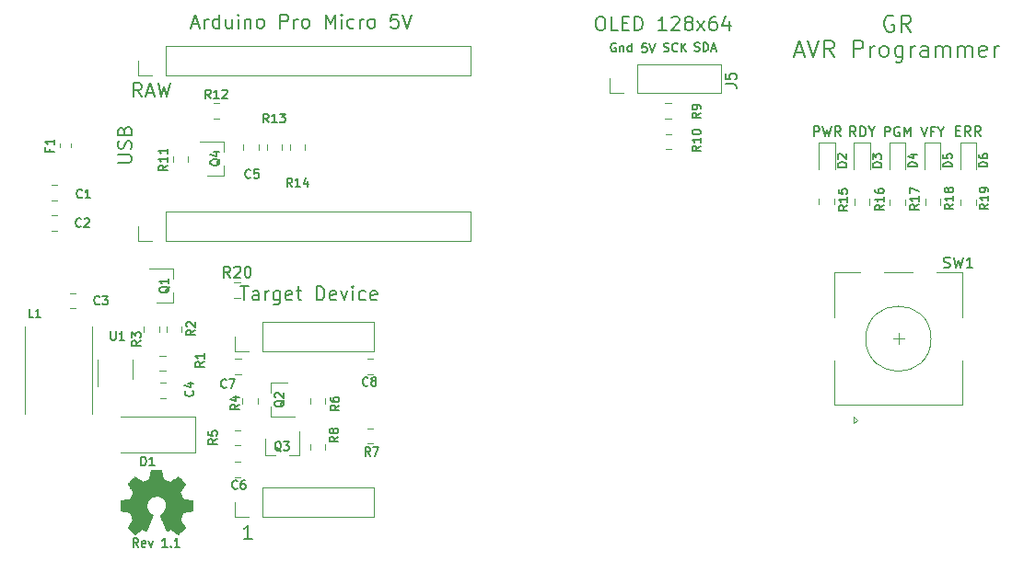
<source format=gbr>
G04 #@! TF.GenerationSoftware,KiCad,Pcbnew,(5.1.2-1)-1*
G04 #@! TF.CreationDate,2019-12-08T19:46:08-05:00*
G04 #@! TF.ProjectId,GR_AVR_Programmer,47525f41-5652-45f5-9072-6f6772616d6d,rev?*
G04 #@! TF.SameCoordinates,Original*
G04 #@! TF.FileFunction,Legend,Top*
G04 #@! TF.FilePolarity,Positive*
%FSLAX46Y46*%
G04 Gerber Fmt 4.6, Leading zero omitted, Abs format (unit mm)*
G04 Created by KiCad (PCBNEW (5.1.2-1)-1) date 2019-12-08 19:46:08*
%MOMM*%
%LPD*%
G04 APERTURE LIST*
%ADD10C,0.150000*%
%ADD11C,0.152400*%
%ADD12C,0.010000*%
%ADD13C,0.120000*%
G04 APERTURE END LIST*
D10*
X100303537Y-95545864D02*
X100036870Y-95164912D01*
X99846394Y-95545864D02*
X99846394Y-94745864D01*
X100151156Y-94745864D01*
X100227346Y-94783960D01*
X100265441Y-94822055D01*
X100303537Y-94898245D01*
X100303537Y-95012531D01*
X100265441Y-95088721D01*
X100227346Y-95126817D01*
X100151156Y-95164912D01*
X99846394Y-95164912D01*
X100951156Y-95507769D02*
X100874965Y-95545864D01*
X100722584Y-95545864D01*
X100646394Y-95507769D01*
X100608299Y-95431579D01*
X100608299Y-95126817D01*
X100646394Y-95050626D01*
X100722584Y-95012531D01*
X100874965Y-95012531D01*
X100951156Y-95050626D01*
X100989251Y-95126817D01*
X100989251Y-95203007D01*
X100608299Y-95279198D01*
X101255918Y-95012531D02*
X101446394Y-95545864D01*
X101636870Y-95012531D01*
X102970203Y-95545864D02*
X102513060Y-95545864D01*
X102741632Y-95545864D02*
X102741632Y-94745864D01*
X102665441Y-94860150D01*
X102589251Y-94936340D01*
X102513060Y-94974436D01*
X103313060Y-95469674D02*
X103351156Y-95507769D01*
X103313060Y-95545864D01*
X103274965Y-95507769D01*
X103313060Y-95469674D01*
X103313060Y-95545864D01*
X104113060Y-95545864D02*
X103655918Y-95545864D01*
X103884489Y-95545864D02*
X103884489Y-94745864D01*
X103808299Y-94860150D01*
X103732108Y-94936340D01*
X103655918Y-94974436D01*
X175503182Y-57268594D02*
X175803182Y-57268594D01*
X175931754Y-57740022D02*
X175503182Y-57740022D01*
X175503182Y-56840022D01*
X175931754Y-56840022D01*
X176831754Y-57740022D02*
X176531754Y-57311451D01*
X176317468Y-57740022D02*
X176317468Y-56840022D01*
X176660325Y-56840022D01*
X176746040Y-56882880D01*
X176788897Y-56925737D01*
X176831754Y-57011451D01*
X176831754Y-57140022D01*
X176788897Y-57225737D01*
X176746040Y-57268594D01*
X176660325Y-57311451D01*
X176317468Y-57311451D01*
X177731754Y-57740022D02*
X177431754Y-57311451D01*
X177217468Y-57740022D02*
X177217468Y-56840022D01*
X177560325Y-56840022D01*
X177646040Y-56882880D01*
X177688897Y-56925737D01*
X177731754Y-57011451D01*
X177731754Y-57140022D01*
X177688897Y-57225737D01*
X177646040Y-57268594D01*
X177560325Y-57311451D01*
X177217468Y-57311451D01*
X168929200Y-57750182D02*
X168929200Y-56850182D01*
X169272057Y-56850182D01*
X169357771Y-56893040D01*
X169400628Y-56935897D01*
X169443485Y-57021611D01*
X169443485Y-57150182D01*
X169400628Y-57235897D01*
X169357771Y-57278754D01*
X169272057Y-57321611D01*
X168929200Y-57321611D01*
X170300628Y-56893040D02*
X170214914Y-56850182D01*
X170086342Y-56850182D01*
X169957771Y-56893040D01*
X169872057Y-56978754D01*
X169829200Y-57064468D01*
X169786342Y-57235897D01*
X169786342Y-57364468D01*
X169829200Y-57535897D01*
X169872057Y-57621611D01*
X169957771Y-57707325D01*
X170086342Y-57750182D01*
X170172057Y-57750182D01*
X170300628Y-57707325D01*
X170343485Y-57664468D01*
X170343485Y-57364468D01*
X170172057Y-57364468D01*
X170729200Y-57750182D02*
X170729200Y-56850182D01*
X171029200Y-57493040D01*
X171329200Y-56850182D01*
X171329200Y-57750182D01*
X172268331Y-56850182D02*
X172568331Y-57750182D01*
X172868331Y-56850182D01*
X173468331Y-57278754D02*
X173168331Y-57278754D01*
X173168331Y-57750182D02*
X173168331Y-56850182D01*
X173596902Y-56850182D01*
X174111188Y-57321611D02*
X174111188Y-57750182D01*
X173811188Y-56850182D02*
X174111188Y-57321611D01*
X174411188Y-56850182D01*
X166285297Y-57745102D02*
X165985297Y-57316531D01*
X165771011Y-57745102D02*
X165771011Y-56845102D01*
X166113868Y-56845102D01*
X166199582Y-56887960D01*
X166242440Y-56930817D01*
X166285297Y-57016531D01*
X166285297Y-57145102D01*
X166242440Y-57230817D01*
X166199582Y-57273674D01*
X166113868Y-57316531D01*
X165771011Y-57316531D01*
X166671011Y-57745102D02*
X166671011Y-56845102D01*
X166885297Y-56845102D01*
X167013868Y-56887960D01*
X167099582Y-56973674D01*
X167142440Y-57059388D01*
X167185297Y-57230817D01*
X167185297Y-57359388D01*
X167142440Y-57530817D01*
X167099582Y-57616531D01*
X167013868Y-57702245D01*
X166885297Y-57745102D01*
X166671011Y-57745102D01*
X167742440Y-57316531D02*
X167742440Y-57745102D01*
X167442440Y-56845102D02*
X167742440Y-57316531D01*
X168042440Y-56845102D01*
X162426800Y-57745102D02*
X162426800Y-56845102D01*
X162769657Y-56845102D01*
X162855371Y-56887960D01*
X162898228Y-56930817D01*
X162941085Y-57016531D01*
X162941085Y-57145102D01*
X162898228Y-57230817D01*
X162855371Y-57273674D01*
X162769657Y-57316531D01*
X162426800Y-57316531D01*
X163241085Y-56845102D02*
X163455371Y-57745102D01*
X163626800Y-57102245D01*
X163798228Y-57745102D01*
X164012514Y-56845102D01*
X164869657Y-57745102D02*
X164569657Y-57316531D01*
X164355371Y-57745102D02*
X164355371Y-56845102D01*
X164698228Y-56845102D01*
X164783942Y-56887960D01*
X164826800Y-56930817D01*
X164869657Y-57016531D01*
X164869657Y-57145102D01*
X164826800Y-57230817D01*
X164783942Y-57273674D01*
X164698228Y-57316531D01*
X164355371Y-57316531D01*
D11*
X142703489Y-46731403D02*
X142945394Y-46731403D01*
X143066346Y-46791880D01*
X143187299Y-46912832D01*
X143247775Y-47154737D01*
X143247775Y-47578070D01*
X143187299Y-47819975D01*
X143066346Y-47940927D01*
X142945394Y-48001403D01*
X142703489Y-48001403D01*
X142582537Y-47940927D01*
X142461584Y-47819975D01*
X142401108Y-47578070D01*
X142401108Y-47154737D01*
X142461584Y-46912832D01*
X142582537Y-46791880D01*
X142703489Y-46731403D01*
X144396822Y-48001403D02*
X143792060Y-48001403D01*
X143792060Y-46731403D01*
X144820156Y-47336165D02*
X145243489Y-47336165D01*
X145424918Y-48001403D02*
X144820156Y-48001403D01*
X144820156Y-46731403D01*
X145424918Y-46731403D01*
X145969203Y-48001403D02*
X145969203Y-46731403D01*
X146271584Y-46731403D01*
X146453013Y-46791880D01*
X146573965Y-46912832D01*
X146634441Y-47033784D01*
X146694918Y-47275689D01*
X146694918Y-47457118D01*
X146634441Y-47699022D01*
X146573965Y-47819975D01*
X146453013Y-47940927D01*
X146271584Y-48001403D01*
X145969203Y-48001403D01*
X148872060Y-48001403D02*
X148146346Y-48001403D01*
X148509203Y-48001403D02*
X148509203Y-46731403D01*
X148388251Y-46912832D01*
X148267299Y-47033784D01*
X148146346Y-47094260D01*
X149355870Y-46852356D02*
X149416346Y-46791880D01*
X149537299Y-46731403D01*
X149839680Y-46731403D01*
X149960632Y-46791880D01*
X150021108Y-46852356D01*
X150081584Y-46973308D01*
X150081584Y-47094260D01*
X150021108Y-47275689D01*
X149295394Y-48001403D01*
X150081584Y-48001403D01*
X150807299Y-47275689D02*
X150686346Y-47215213D01*
X150625870Y-47154737D01*
X150565394Y-47033784D01*
X150565394Y-46973308D01*
X150625870Y-46852356D01*
X150686346Y-46791880D01*
X150807299Y-46731403D01*
X151049203Y-46731403D01*
X151170156Y-46791880D01*
X151230632Y-46852356D01*
X151291108Y-46973308D01*
X151291108Y-47033784D01*
X151230632Y-47154737D01*
X151170156Y-47215213D01*
X151049203Y-47275689D01*
X150807299Y-47275689D01*
X150686346Y-47336165D01*
X150625870Y-47396641D01*
X150565394Y-47517594D01*
X150565394Y-47759499D01*
X150625870Y-47880451D01*
X150686346Y-47940927D01*
X150807299Y-48001403D01*
X151049203Y-48001403D01*
X151170156Y-47940927D01*
X151230632Y-47880451D01*
X151291108Y-47759499D01*
X151291108Y-47517594D01*
X151230632Y-47396641D01*
X151170156Y-47336165D01*
X151049203Y-47275689D01*
X151714441Y-48001403D02*
X152379680Y-47154737D01*
X151714441Y-47154737D02*
X152379680Y-48001403D01*
X153407775Y-46731403D02*
X153165870Y-46731403D01*
X153044918Y-46791880D01*
X152984441Y-46852356D01*
X152863489Y-47033784D01*
X152803013Y-47275689D01*
X152803013Y-47759499D01*
X152863489Y-47880451D01*
X152923965Y-47940927D01*
X153044918Y-48001403D01*
X153286822Y-48001403D01*
X153407775Y-47940927D01*
X153468251Y-47880451D01*
X153528727Y-47759499D01*
X153528727Y-47457118D01*
X153468251Y-47336165D01*
X153407775Y-47275689D01*
X153286822Y-47215213D01*
X153044918Y-47215213D01*
X152923965Y-47275689D01*
X152863489Y-47336165D01*
X152803013Y-47457118D01*
X154617299Y-47154737D02*
X154617299Y-48001403D01*
X154314918Y-46670927D02*
X154012537Y-47578070D01*
X154798727Y-47578070D01*
X110756337Y-94803443D02*
X110030622Y-94803443D01*
X110393480Y-94803443D02*
X110393480Y-93533443D01*
X110272527Y-93714872D01*
X110151575Y-93835824D01*
X110030622Y-93896300D01*
X109697520Y-71577683D02*
X110423234Y-71577683D01*
X110060377Y-72847683D02*
X110060377Y-71577683D01*
X111390853Y-72847683D02*
X111390853Y-72182445D01*
X111330377Y-72061493D01*
X111209424Y-72001017D01*
X110967520Y-72001017D01*
X110846567Y-72061493D01*
X111390853Y-72787207D02*
X111269900Y-72847683D01*
X110967520Y-72847683D01*
X110846567Y-72787207D01*
X110786091Y-72666255D01*
X110786091Y-72545302D01*
X110846567Y-72424350D01*
X110967520Y-72363874D01*
X111269900Y-72363874D01*
X111390853Y-72303398D01*
X111995615Y-72847683D02*
X111995615Y-72001017D01*
X111995615Y-72242921D02*
X112056091Y-72121969D01*
X112116567Y-72061493D01*
X112237520Y-72001017D01*
X112358472Y-72001017D01*
X113326091Y-72001017D02*
X113326091Y-73029112D01*
X113265615Y-73150064D01*
X113205139Y-73210540D01*
X113084186Y-73271017D01*
X112902758Y-73271017D01*
X112781805Y-73210540D01*
X113326091Y-72787207D02*
X113205139Y-72847683D01*
X112963234Y-72847683D01*
X112842281Y-72787207D01*
X112781805Y-72726731D01*
X112721329Y-72605779D01*
X112721329Y-72242921D01*
X112781805Y-72121969D01*
X112842281Y-72061493D01*
X112963234Y-72001017D01*
X113205139Y-72001017D01*
X113326091Y-72061493D01*
X114414662Y-72787207D02*
X114293710Y-72847683D01*
X114051805Y-72847683D01*
X113930853Y-72787207D01*
X113870377Y-72666255D01*
X113870377Y-72182445D01*
X113930853Y-72061493D01*
X114051805Y-72001017D01*
X114293710Y-72001017D01*
X114414662Y-72061493D01*
X114475139Y-72182445D01*
X114475139Y-72303398D01*
X113870377Y-72424350D01*
X114837996Y-72001017D02*
X115321805Y-72001017D01*
X115019424Y-71577683D02*
X115019424Y-72666255D01*
X115079900Y-72787207D01*
X115200853Y-72847683D01*
X115321805Y-72847683D01*
X116712758Y-72847683D02*
X116712758Y-71577683D01*
X117015139Y-71577683D01*
X117196567Y-71638160D01*
X117317520Y-71759112D01*
X117377996Y-71880064D01*
X117438472Y-72121969D01*
X117438472Y-72303398D01*
X117377996Y-72545302D01*
X117317520Y-72666255D01*
X117196567Y-72787207D01*
X117015139Y-72847683D01*
X116712758Y-72847683D01*
X118466567Y-72787207D02*
X118345615Y-72847683D01*
X118103710Y-72847683D01*
X117982758Y-72787207D01*
X117922281Y-72666255D01*
X117922281Y-72182445D01*
X117982758Y-72061493D01*
X118103710Y-72001017D01*
X118345615Y-72001017D01*
X118466567Y-72061493D01*
X118527043Y-72182445D01*
X118527043Y-72303398D01*
X117922281Y-72424350D01*
X118950377Y-72001017D02*
X119252758Y-72847683D01*
X119555139Y-72001017D01*
X120038948Y-72847683D02*
X120038948Y-72001017D01*
X120038948Y-71577683D02*
X119978472Y-71638160D01*
X120038948Y-71698636D01*
X120099424Y-71638160D01*
X120038948Y-71577683D01*
X120038948Y-71698636D01*
X121187996Y-72787207D02*
X121067043Y-72847683D01*
X120825139Y-72847683D01*
X120704186Y-72787207D01*
X120643710Y-72726731D01*
X120583234Y-72605779D01*
X120583234Y-72242921D01*
X120643710Y-72121969D01*
X120704186Y-72061493D01*
X120825139Y-72001017D01*
X121067043Y-72001017D01*
X121187996Y-72061493D01*
X122216091Y-72787207D02*
X122095139Y-72847683D01*
X121853234Y-72847683D01*
X121732281Y-72787207D01*
X121671805Y-72666255D01*
X121671805Y-72182445D01*
X121732281Y-72061493D01*
X121853234Y-72001017D01*
X122095139Y-72001017D01*
X122216091Y-72061493D01*
X122276567Y-72182445D01*
X122276567Y-72303398D01*
X121671805Y-72424350D01*
X105271872Y-47425186D02*
X105876634Y-47425186D01*
X105150920Y-47788043D02*
X105574253Y-46518043D01*
X105997586Y-47788043D01*
X106420920Y-47788043D02*
X106420920Y-46941377D01*
X106420920Y-47183281D02*
X106481396Y-47062329D01*
X106541872Y-47001853D01*
X106662824Y-46941377D01*
X106783777Y-46941377D01*
X107751396Y-47788043D02*
X107751396Y-46518043D01*
X107751396Y-47727567D02*
X107630443Y-47788043D01*
X107388539Y-47788043D01*
X107267586Y-47727567D01*
X107207110Y-47667091D01*
X107146634Y-47546139D01*
X107146634Y-47183281D01*
X107207110Y-47062329D01*
X107267586Y-47001853D01*
X107388539Y-46941377D01*
X107630443Y-46941377D01*
X107751396Y-47001853D01*
X108900443Y-46941377D02*
X108900443Y-47788043D01*
X108356158Y-46941377D02*
X108356158Y-47606615D01*
X108416634Y-47727567D01*
X108537586Y-47788043D01*
X108719015Y-47788043D01*
X108839967Y-47727567D01*
X108900443Y-47667091D01*
X109505205Y-47788043D02*
X109505205Y-46941377D01*
X109505205Y-46518043D02*
X109444729Y-46578520D01*
X109505205Y-46638996D01*
X109565681Y-46578520D01*
X109505205Y-46518043D01*
X109505205Y-46638996D01*
X110109967Y-46941377D02*
X110109967Y-47788043D01*
X110109967Y-47062329D02*
X110170443Y-47001853D01*
X110291396Y-46941377D01*
X110472824Y-46941377D01*
X110593777Y-47001853D01*
X110654253Y-47122805D01*
X110654253Y-47788043D01*
X111440443Y-47788043D02*
X111319491Y-47727567D01*
X111259015Y-47667091D01*
X111198539Y-47546139D01*
X111198539Y-47183281D01*
X111259015Y-47062329D01*
X111319491Y-47001853D01*
X111440443Y-46941377D01*
X111621872Y-46941377D01*
X111742824Y-47001853D01*
X111803300Y-47062329D01*
X111863777Y-47183281D01*
X111863777Y-47546139D01*
X111803300Y-47667091D01*
X111742824Y-47727567D01*
X111621872Y-47788043D01*
X111440443Y-47788043D01*
X113375681Y-47788043D02*
X113375681Y-46518043D01*
X113859491Y-46518043D01*
X113980443Y-46578520D01*
X114040920Y-46638996D01*
X114101396Y-46759948D01*
X114101396Y-46941377D01*
X114040920Y-47062329D01*
X113980443Y-47122805D01*
X113859491Y-47183281D01*
X113375681Y-47183281D01*
X114645681Y-47788043D02*
X114645681Y-46941377D01*
X114645681Y-47183281D02*
X114706158Y-47062329D01*
X114766634Y-47001853D01*
X114887586Y-46941377D01*
X115008539Y-46941377D01*
X115613300Y-47788043D02*
X115492348Y-47727567D01*
X115431872Y-47667091D01*
X115371396Y-47546139D01*
X115371396Y-47183281D01*
X115431872Y-47062329D01*
X115492348Y-47001853D01*
X115613300Y-46941377D01*
X115794729Y-46941377D01*
X115915681Y-47001853D01*
X115976158Y-47062329D01*
X116036634Y-47183281D01*
X116036634Y-47546139D01*
X115976158Y-47667091D01*
X115915681Y-47727567D01*
X115794729Y-47788043D01*
X115613300Y-47788043D01*
X117548539Y-47788043D02*
X117548539Y-46518043D01*
X117971872Y-47425186D01*
X118395205Y-46518043D01*
X118395205Y-47788043D01*
X118999967Y-47788043D02*
X118999967Y-46941377D01*
X118999967Y-46518043D02*
X118939491Y-46578520D01*
X118999967Y-46638996D01*
X119060443Y-46578520D01*
X118999967Y-46518043D01*
X118999967Y-46638996D01*
X120149015Y-47727567D02*
X120028062Y-47788043D01*
X119786158Y-47788043D01*
X119665205Y-47727567D01*
X119604729Y-47667091D01*
X119544253Y-47546139D01*
X119544253Y-47183281D01*
X119604729Y-47062329D01*
X119665205Y-47001853D01*
X119786158Y-46941377D01*
X120028062Y-46941377D01*
X120149015Y-47001853D01*
X120693300Y-47788043D02*
X120693300Y-46941377D01*
X120693300Y-47183281D02*
X120753777Y-47062329D01*
X120814253Y-47001853D01*
X120935205Y-46941377D01*
X121056158Y-46941377D01*
X121660919Y-47788043D02*
X121539967Y-47727567D01*
X121479491Y-47667091D01*
X121419015Y-47546139D01*
X121419015Y-47183281D01*
X121479491Y-47062329D01*
X121539967Y-47001853D01*
X121660919Y-46941377D01*
X121842348Y-46941377D01*
X121963300Y-47001853D01*
X122023777Y-47062329D01*
X122084253Y-47183281D01*
X122084253Y-47546139D01*
X122023777Y-47667091D01*
X121963300Y-47727567D01*
X121842348Y-47788043D01*
X121660919Y-47788043D01*
X124200920Y-46518043D02*
X123596158Y-46518043D01*
X123535681Y-47122805D01*
X123596158Y-47062329D01*
X123717110Y-47001853D01*
X124019491Y-47001853D01*
X124140443Y-47062329D01*
X124200920Y-47122805D01*
X124261396Y-47243758D01*
X124261396Y-47546139D01*
X124200920Y-47667091D01*
X124140443Y-47727567D01*
X124019491Y-47788043D01*
X123717110Y-47788043D01*
X123596158Y-47727567D01*
X123535681Y-47667091D01*
X124624253Y-46518043D02*
X125047586Y-47788043D01*
X125470920Y-46518043D01*
X100636735Y-54102483D02*
X100213401Y-53497721D01*
X99911020Y-54102483D02*
X99911020Y-52832483D01*
X100394830Y-52832483D01*
X100515782Y-52892960D01*
X100576259Y-52953436D01*
X100636735Y-53074388D01*
X100636735Y-53255817D01*
X100576259Y-53376769D01*
X100515782Y-53437245D01*
X100394830Y-53497721D01*
X99911020Y-53497721D01*
X101120544Y-53739626D02*
X101725306Y-53739626D01*
X100999592Y-54102483D02*
X101422925Y-52832483D01*
X101846259Y-54102483D01*
X102148640Y-52832483D02*
X102451020Y-54102483D01*
X102692925Y-53195340D01*
X102934830Y-54102483D01*
X103237211Y-52832483D01*
X98430563Y-60185179D02*
X99458659Y-60185179D01*
X99579611Y-60124702D01*
X99640087Y-60064226D01*
X99700563Y-59943274D01*
X99700563Y-59701369D01*
X99640087Y-59580417D01*
X99579611Y-59519940D01*
X99458659Y-59459464D01*
X98430563Y-59459464D01*
X99640087Y-58915179D02*
X99700563Y-58733750D01*
X99700563Y-58431369D01*
X99640087Y-58310417D01*
X99579611Y-58249940D01*
X99458659Y-58189464D01*
X99337706Y-58189464D01*
X99216754Y-58249940D01*
X99156278Y-58310417D01*
X99095801Y-58431369D01*
X99035325Y-58673274D01*
X98974849Y-58794226D01*
X98914373Y-58854702D01*
X98793420Y-58915179D01*
X98672468Y-58915179D01*
X98551516Y-58854702D01*
X98491040Y-58794226D01*
X98430563Y-58673274D01*
X98430563Y-58370893D01*
X98491040Y-58189464D01*
X99035325Y-57221845D02*
X99095801Y-57040417D01*
X99156278Y-56979940D01*
X99277230Y-56919464D01*
X99458659Y-56919464D01*
X99579611Y-56979940D01*
X99640087Y-57040417D01*
X99700563Y-57161369D01*
X99700563Y-57645179D01*
X98430563Y-57645179D01*
X98430563Y-57221845D01*
X98491040Y-57100893D01*
X98551516Y-57040417D01*
X98672468Y-56979940D01*
X98793420Y-56979940D01*
X98914373Y-57040417D01*
X98974849Y-57100893D01*
X99035325Y-57221845D01*
X99035325Y-57645179D01*
D10*
X151469211Y-49889369D02*
X151583497Y-49927464D01*
X151773973Y-49927464D01*
X151850163Y-49889369D01*
X151888259Y-49851274D01*
X151926354Y-49775083D01*
X151926354Y-49698893D01*
X151888259Y-49622702D01*
X151850163Y-49584607D01*
X151773973Y-49546512D01*
X151621592Y-49508417D01*
X151545401Y-49470321D01*
X151507306Y-49432226D01*
X151469211Y-49356036D01*
X151469211Y-49279845D01*
X151507306Y-49203655D01*
X151545401Y-49165560D01*
X151621592Y-49127464D01*
X151812068Y-49127464D01*
X151926354Y-49165560D01*
X152269211Y-49927464D02*
X152269211Y-49127464D01*
X152459687Y-49127464D01*
X152573973Y-49165560D01*
X152650163Y-49241750D01*
X152688259Y-49317940D01*
X152726354Y-49470321D01*
X152726354Y-49584607D01*
X152688259Y-49736988D01*
X152650163Y-49813179D01*
X152573973Y-49889369D01*
X152459687Y-49927464D01*
X152269211Y-49927464D01*
X153031116Y-49698893D02*
X153412068Y-49698893D01*
X152954925Y-49927464D02*
X153221592Y-49127464D01*
X153488259Y-49927464D01*
X148620608Y-49932549D02*
X148734894Y-49970644D01*
X148925370Y-49970644D01*
X149001560Y-49932549D01*
X149039656Y-49894454D01*
X149077751Y-49818263D01*
X149077751Y-49742073D01*
X149039656Y-49665882D01*
X149001560Y-49627787D01*
X148925370Y-49589692D01*
X148772989Y-49551597D01*
X148696799Y-49513501D01*
X148658703Y-49475406D01*
X148620608Y-49399216D01*
X148620608Y-49323025D01*
X148658703Y-49246835D01*
X148696799Y-49208740D01*
X148772989Y-49170644D01*
X148963465Y-49170644D01*
X149077751Y-49208740D01*
X149877751Y-49894454D02*
X149839656Y-49932549D01*
X149725370Y-49970644D01*
X149649180Y-49970644D01*
X149534894Y-49932549D01*
X149458703Y-49856359D01*
X149420608Y-49780168D01*
X149382513Y-49627787D01*
X149382513Y-49513501D01*
X149420608Y-49361120D01*
X149458703Y-49284930D01*
X149534894Y-49208740D01*
X149649180Y-49170644D01*
X149725370Y-49170644D01*
X149839656Y-49208740D01*
X149877751Y-49246835D01*
X150220608Y-49970644D02*
X150220608Y-49170644D01*
X150677751Y-49970644D02*
X150334894Y-49513501D01*
X150677751Y-49170644D02*
X150220608Y-49627787D01*
X147040619Y-49211284D02*
X146659666Y-49211284D01*
X146621571Y-49592237D01*
X146659666Y-49554141D01*
X146735857Y-49516046D01*
X146926333Y-49516046D01*
X147002523Y-49554141D01*
X147040619Y-49592237D01*
X147078714Y-49668427D01*
X147078714Y-49858903D01*
X147040619Y-49935094D01*
X147002523Y-49973189D01*
X146926333Y-50011284D01*
X146735857Y-50011284D01*
X146659666Y-49973189D01*
X146621571Y-49935094D01*
X147307285Y-49211284D02*
X147573952Y-50011284D01*
X147840619Y-49211284D01*
X144219994Y-49208740D02*
X144143803Y-49170644D01*
X144029518Y-49170644D01*
X143915232Y-49208740D01*
X143839041Y-49284930D01*
X143800946Y-49361120D01*
X143762851Y-49513501D01*
X143762851Y-49627787D01*
X143800946Y-49780168D01*
X143839041Y-49856359D01*
X143915232Y-49932549D01*
X144029518Y-49970644D01*
X144105708Y-49970644D01*
X144219994Y-49932549D01*
X144258089Y-49894454D01*
X144258089Y-49627787D01*
X144105708Y-49627787D01*
X144600946Y-49437311D02*
X144600946Y-49970644D01*
X144600946Y-49513501D02*
X144639041Y-49475406D01*
X144715232Y-49437311D01*
X144829518Y-49437311D01*
X144905708Y-49475406D01*
X144943803Y-49551597D01*
X144943803Y-49970644D01*
X145667613Y-49970644D02*
X145667613Y-49170644D01*
X145667613Y-49932549D02*
X145591422Y-49970644D01*
X145439041Y-49970644D01*
X145362851Y-49932549D01*
X145324756Y-49894454D01*
X145286660Y-49818263D01*
X145286660Y-49589692D01*
X145324756Y-49513501D01*
X145362851Y-49475406D01*
X145439041Y-49437311D01*
X145591422Y-49437311D01*
X145667613Y-49475406D01*
X169730782Y-46675040D02*
X169585640Y-46602468D01*
X169367925Y-46602468D01*
X169150211Y-46675040D01*
X169005068Y-46820182D01*
X168932497Y-46965325D01*
X168859925Y-47255611D01*
X168859925Y-47473325D01*
X168932497Y-47763611D01*
X169005068Y-47908754D01*
X169150211Y-48053897D01*
X169367925Y-48126468D01*
X169513068Y-48126468D01*
X169730782Y-48053897D01*
X169803354Y-47981325D01*
X169803354Y-47473325D01*
X169513068Y-47473325D01*
X171327354Y-48126468D02*
X170819354Y-47400754D01*
X170456497Y-48126468D02*
X170456497Y-46602468D01*
X171037068Y-46602468D01*
X171182211Y-46675040D01*
X171254782Y-46747611D01*
X171327354Y-46892754D01*
X171327354Y-47110468D01*
X171254782Y-47255611D01*
X171182211Y-47328182D01*
X171037068Y-47400754D01*
X170456497Y-47400754D01*
X160728297Y-50007520D02*
X161454011Y-50007520D01*
X160583154Y-50442948D02*
X161091154Y-48918948D01*
X161599154Y-50442948D01*
X161889440Y-48918948D02*
X162397440Y-50442948D01*
X162905440Y-48918948D01*
X164284297Y-50442948D02*
X163776297Y-49717234D01*
X163413440Y-50442948D02*
X163413440Y-48918948D01*
X163994011Y-48918948D01*
X164139154Y-48991520D01*
X164211725Y-49064091D01*
X164284297Y-49209234D01*
X164284297Y-49426948D01*
X164211725Y-49572091D01*
X164139154Y-49644662D01*
X163994011Y-49717234D01*
X163413440Y-49717234D01*
X166098582Y-50442948D02*
X166098582Y-48918948D01*
X166679154Y-48918948D01*
X166824297Y-48991520D01*
X166896868Y-49064091D01*
X166969440Y-49209234D01*
X166969440Y-49426948D01*
X166896868Y-49572091D01*
X166824297Y-49644662D01*
X166679154Y-49717234D01*
X166098582Y-49717234D01*
X167622582Y-50442948D02*
X167622582Y-49426948D01*
X167622582Y-49717234D02*
X167695154Y-49572091D01*
X167767725Y-49499520D01*
X167912868Y-49426948D01*
X168058011Y-49426948D01*
X168783725Y-50442948D02*
X168638582Y-50370377D01*
X168566011Y-50297805D01*
X168493440Y-50152662D01*
X168493440Y-49717234D01*
X168566011Y-49572091D01*
X168638582Y-49499520D01*
X168783725Y-49426948D01*
X169001440Y-49426948D01*
X169146582Y-49499520D01*
X169219154Y-49572091D01*
X169291725Y-49717234D01*
X169291725Y-50152662D01*
X169219154Y-50297805D01*
X169146582Y-50370377D01*
X169001440Y-50442948D01*
X168783725Y-50442948D01*
X170598011Y-49426948D02*
X170598011Y-50660662D01*
X170525440Y-50805805D01*
X170452868Y-50878377D01*
X170307725Y-50950948D01*
X170090011Y-50950948D01*
X169944868Y-50878377D01*
X170598011Y-50370377D02*
X170452868Y-50442948D01*
X170162582Y-50442948D01*
X170017440Y-50370377D01*
X169944868Y-50297805D01*
X169872297Y-50152662D01*
X169872297Y-49717234D01*
X169944868Y-49572091D01*
X170017440Y-49499520D01*
X170162582Y-49426948D01*
X170452868Y-49426948D01*
X170598011Y-49499520D01*
X171323725Y-50442948D02*
X171323725Y-49426948D01*
X171323725Y-49717234D02*
X171396297Y-49572091D01*
X171468868Y-49499520D01*
X171614011Y-49426948D01*
X171759154Y-49426948D01*
X172920297Y-50442948D02*
X172920297Y-49644662D01*
X172847725Y-49499520D01*
X172702582Y-49426948D01*
X172412297Y-49426948D01*
X172267154Y-49499520D01*
X172920297Y-50370377D02*
X172775154Y-50442948D01*
X172412297Y-50442948D01*
X172267154Y-50370377D01*
X172194582Y-50225234D01*
X172194582Y-50080091D01*
X172267154Y-49934948D01*
X172412297Y-49862377D01*
X172775154Y-49862377D01*
X172920297Y-49789805D01*
X173646011Y-50442948D02*
X173646011Y-49426948D01*
X173646011Y-49572091D02*
X173718582Y-49499520D01*
X173863725Y-49426948D01*
X174081440Y-49426948D01*
X174226582Y-49499520D01*
X174299154Y-49644662D01*
X174299154Y-50442948D01*
X174299154Y-49644662D02*
X174371725Y-49499520D01*
X174516868Y-49426948D01*
X174734582Y-49426948D01*
X174879725Y-49499520D01*
X174952297Y-49644662D01*
X174952297Y-50442948D01*
X175678011Y-50442948D02*
X175678011Y-49426948D01*
X175678011Y-49572091D02*
X175750582Y-49499520D01*
X175895725Y-49426948D01*
X176113440Y-49426948D01*
X176258582Y-49499520D01*
X176331154Y-49644662D01*
X176331154Y-50442948D01*
X176331154Y-49644662D02*
X176403725Y-49499520D01*
X176548868Y-49426948D01*
X176766582Y-49426948D01*
X176911725Y-49499520D01*
X176984297Y-49644662D01*
X176984297Y-50442948D01*
X178290582Y-50370377D02*
X178145440Y-50442948D01*
X177855154Y-50442948D01*
X177710011Y-50370377D01*
X177637440Y-50225234D01*
X177637440Y-49644662D01*
X177710011Y-49499520D01*
X177855154Y-49426948D01*
X178145440Y-49426948D01*
X178290582Y-49499520D01*
X178363154Y-49644662D01*
X178363154Y-49789805D01*
X177637440Y-49934948D01*
X179016297Y-50442948D02*
X179016297Y-49426948D01*
X179016297Y-49717234D02*
X179088868Y-49572091D01*
X179161440Y-49499520D01*
X179306582Y-49426948D01*
X179451725Y-49426948D01*
D12*
G36*
X102516494Y-88908931D02*
G01*
X102600315Y-89353555D01*
X102909600Y-89481053D01*
X103218886Y-89608551D01*
X103589926Y-89356246D01*
X103693837Y-89285996D01*
X103787767Y-89223272D01*
X103867332Y-89170938D01*
X103928150Y-89131857D01*
X103965837Y-89108893D01*
X103976101Y-89103942D01*
X103994590Y-89116676D01*
X104034100Y-89151882D01*
X104090202Y-89205062D01*
X104158467Y-89271718D01*
X104234466Y-89347354D01*
X104313772Y-89427472D01*
X104391955Y-89507574D01*
X104464587Y-89583164D01*
X104527239Y-89649745D01*
X104575483Y-89702818D01*
X104604890Y-89737887D01*
X104611921Y-89749623D01*
X104601803Y-89771260D01*
X104573439Y-89818662D01*
X104529809Y-89887193D01*
X104473898Y-89972215D01*
X104408686Y-90069093D01*
X104370899Y-90124350D01*
X104302023Y-90225248D01*
X104240820Y-90316299D01*
X104190258Y-90392970D01*
X104153308Y-90450728D01*
X104132938Y-90485043D01*
X104129877Y-90492254D01*
X104136816Y-90512748D01*
X104155731Y-90560513D01*
X104183767Y-90628832D01*
X104218071Y-90710989D01*
X104255789Y-90800270D01*
X104294067Y-90889958D01*
X104330050Y-90973338D01*
X104360886Y-91043694D01*
X104383719Y-91094310D01*
X104395697Y-91118471D01*
X104396404Y-91119422D01*
X104415211Y-91124036D01*
X104465298Y-91134328D01*
X104541473Y-91149287D01*
X104638545Y-91167901D01*
X104751323Y-91189159D01*
X104817122Y-91201418D01*
X104937630Y-91224362D01*
X105046477Y-91246195D01*
X105138156Y-91265722D01*
X105207161Y-91281748D01*
X105247984Y-91293079D01*
X105256191Y-91296674D01*
X105264228Y-91321006D01*
X105270713Y-91375959D01*
X105275650Y-91455108D01*
X105279044Y-91552026D01*
X105280898Y-91660287D01*
X105281218Y-91773465D01*
X105280007Y-91885135D01*
X105277270Y-91988868D01*
X105273011Y-92078241D01*
X105267235Y-92146826D01*
X105259947Y-92188197D01*
X105255575Y-92196810D01*
X105229444Y-92207133D01*
X105174073Y-92221892D01*
X105096787Y-92239352D01*
X105004910Y-92257780D01*
X104972838Y-92263741D01*
X104818204Y-92292066D01*
X104696055Y-92314876D01*
X104602353Y-92333080D01*
X104533064Y-92347583D01*
X104484151Y-92359292D01*
X104451577Y-92369115D01*
X104431308Y-92377956D01*
X104419306Y-92386724D01*
X104417627Y-92388457D01*
X104400864Y-92416371D01*
X104375294Y-92470695D01*
X104343468Y-92544777D01*
X104307940Y-92631965D01*
X104271263Y-92725608D01*
X104235991Y-92819052D01*
X104204676Y-92905647D01*
X104179873Y-92978740D01*
X104164134Y-93031678D01*
X104160012Y-93057811D01*
X104160356Y-93058726D01*
X104174321Y-93080086D01*
X104206002Y-93127084D01*
X104252071Y-93194827D01*
X104309198Y-93278423D01*
X104374053Y-93372982D01*
X104392523Y-93399854D01*
X104458379Y-93497275D01*
X104516330Y-93586163D01*
X104563218Y-93661412D01*
X104595887Y-93717920D01*
X104611180Y-93750581D01*
X104611921Y-93754593D01*
X104599072Y-93775684D01*
X104563568Y-93817464D01*
X104509973Y-93875445D01*
X104442851Y-93945135D01*
X104366767Y-94022045D01*
X104286284Y-94101683D01*
X104205967Y-94179561D01*
X104130379Y-94251186D01*
X104064085Y-94312070D01*
X104011649Y-94357721D01*
X103977635Y-94383650D01*
X103968225Y-94387883D01*
X103946323Y-94377912D01*
X103901480Y-94351020D01*
X103841001Y-94311736D01*
X103794469Y-94280117D01*
X103710155Y-94222098D01*
X103610306Y-94153784D01*
X103510153Y-94085579D01*
X103456307Y-94049075D01*
X103274051Y-93925800D01*
X103121061Y-94008520D01*
X103051362Y-94044759D01*
X102992094Y-94072926D01*
X102951991Y-94088991D01*
X102941783Y-94091226D01*
X102929509Y-94074722D01*
X102905293Y-94028082D01*
X102870943Y-93955609D01*
X102828268Y-93861606D01*
X102779074Y-93750374D01*
X102725170Y-93626215D01*
X102668364Y-93493432D01*
X102610462Y-93356327D01*
X102553273Y-93219202D01*
X102498604Y-93086358D01*
X102448264Y-92962098D01*
X102404060Y-92850725D01*
X102367799Y-92756539D01*
X102341289Y-92683844D01*
X102326338Y-92636941D01*
X102323934Y-92620833D01*
X102342991Y-92600286D01*
X102384716Y-92566933D01*
X102440386Y-92527702D01*
X102445058Y-92524599D01*
X102588944Y-92409423D01*
X102704963Y-92275053D01*
X102792110Y-92125784D01*
X102849379Y-91965913D01*
X102875766Y-91799737D01*
X102870265Y-91631552D01*
X102831870Y-91465655D01*
X102759575Y-91306342D01*
X102738306Y-91271487D01*
X102627676Y-91130737D01*
X102496982Y-91017714D01*
X102350744Y-90933003D01*
X102193488Y-90877194D01*
X102029737Y-90850874D01*
X101864013Y-90854630D01*
X101700842Y-90889050D01*
X101544745Y-90954723D01*
X101400247Y-91052235D01*
X101355549Y-91091813D01*
X101241792Y-91215703D01*
X101158898Y-91346124D01*
X101102036Y-91492315D01*
X101070367Y-91637088D01*
X101062549Y-91799860D01*
X101088618Y-91963440D01*
X101145925Y-92122298D01*
X101231824Y-92270906D01*
X101343666Y-92403735D01*
X101478803Y-92515256D01*
X101496563Y-92527011D01*
X101552830Y-92565508D01*
X101595603Y-92598863D01*
X101616052Y-92620160D01*
X101616349Y-92620833D01*
X101611959Y-92643871D01*
X101594556Y-92696157D01*
X101565948Y-92773390D01*
X101527945Y-92871268D01*
X101482354Y-92985491D01*
X101430983Y-93111758D01*
X101375642Y-93245767D01*
X101318138Y-93383218D01*
X101260281Y-93519808D01*
X101203878Y-93651237D01*
X101150738Y-93773205D01*
X101102670Y-93881409D01*
X101061481Y-93971549D01*
X101028981Y-94039323D01*
X101006977Y-94080430D01*
X100998116Y-94091226D01*
X100971040Y-94082819D01*
X100920377Y-94060272D01*
X100854863Y-94027613D01*
X100818839Y-94008520D01*
X100665848Y-93925800D01*
X100483592Y-94049075D01*
X100390555Y-94112228D01*
X100288695Y-94181727D01*
X100193242Y-94247165D01*
X100145430Y-94280117D01*
X100078185Y-94325273D01*
X100021244Y-94361057D01*
X99982034Y-94382938D01*
X99969299Y-94387563D01*
X99950763Y-94375085D01*
X99909739Y-94340252D01*
X99850205Y-94286678D01*
X99776138Y-94217983D01*
X99691515Y-94137781D01*
X99637995Y-94086286D01*
X99544361Y-93994286D01*
X99463439Y-93911999D01*
X99398503Y-93842945D01*
X99352822Y-93790644D01*
X99329669Y-93758616D01*
X99327448Y-93752116D01*
X99337756Y-93727394D01*
X99366241Y-93677405D01*
X99409743Y-93607212D01*
X99465103Y-93521875D01*
X99529160Y-93426456D01*
X99547377Y-93399854D01*
X99613753Y-93303167D01*
X99673302Y-93216117D01*
X99722696Y-93143595D01*
X99758605Y-93090493D01*
X99777699Y-93061703D01*
X99779544Y-93058726D01*
X99776785Y-93035782D01*
X99762142Y-92985336D01*
X99738167Y-92914041D01*
X99707414Y-92828547D01*
X99672436Y-92735507D01*
X99635787Y-92641574D01*
X99600019Y-92553399D01*
X99567686Y-92477634D01*
X99541342Y-92420931D01*
X99523538Y-92389943D01*
X99522273Y-92388457D01*
X99511386Y-92379601D01*
X99492998Y-92370843D01*
X99463074Y-92361277D01*
X99417577Y-92349996D01*
X99352471Y-92336093D01*
X99263719Y-92318663D01*
X99147287Y-92296798D01*
X98999138Y-92269591D01*
X98967062Y-92263741D01*
X98871994Y-92245374D01*
X98789115Y-92227405D01*
X98725750Y-92211569D01*
X98689222Y-92199600D01*
X98684324Y-92196810D01*
X98676253Y-92172072D01*
X98669693Y-92116790D01*
X98664647Y-92037389D01*
X98661121Y-91940296D01*
X98659119Y-91831938D01*
X98658644Y-91718740D01*
X98659703Y-91607128D01*
X98662298Y-91503529D01*
X98666434Y-91414368D01*
X98672117Y-91346072D01*
X98679349Y-91305066D01*
X98683709Y-91296674D01*
X98707982Y-91288208D01*
X98763254Y-91274435D01*
X98844018Y-91256550D01*
X98944768Y-91235748D01*
X99059997Y-91213223D01*
X99122778Y-91201418D01*
X99241893Y-91179151D01*
X99348115Y-91158979D01*
X99436253Y-91141915D01*
X99501114Y-91128969D01*
X99537506Y-91121155D01*
X99543496Y-91119422D01*
X99553619Y-91099890D01*
X99575018Y-91052843D01*
X99604841Y-90985003D01*
X99640235Y-90903091D01*
X99678348Y-90813828D01*
X99716327Y-90723935D01*
X99751320Y-90640135D01*
X99780474Y-90569147D01*
X99800937Y-90517694D01*
X99809857Y-90492497D01*
X99810023Y-90491396D01*
X99799911Y-90471519D01*
X99771563Y-90425777D01*
X99727957Y-90358717D01*
X99672074Y-90274884D01*
X99606893Y-90178826D01*
X99569001Y-90123650D01*
X99499955Y-90022481D01*
X99438630Y-89930630D01*
X99388017Y-89852744D01*
X99351109Y-89793469D01*
X99330898Y-89757451D01*
X99327979Y-89749377D01*
X99340527Y-89730584D01*
X99375217Y-89690457D01*
X99427617Y-89633493D01*
X99493296Y-89564185D01*
X99567824Y-89487031D01*
X99646767Y-89406525D01*
X99725697Y-89327163D01*
X99800180Y-89253440D01*
X99865786Y-89189852D01*
X99918084Y-89140894D01*
X99952641Y-89111061D01*
X99964202Y-89103942D01*
X99983026Y-89113953D01*
X100028049Y-89142078D01*
X100094893Y-89185454D01*
X100179181Y-89241218D01*
X100276536Y-89306506D01*
X100349973Y-89356246D01*
X100721013Y-89608551D01*
X101339585Y-89353555D01*
X101423405Y-88908931D01*
X101507226Y-88464307D01*
X102432674Y-88464307D01*
X102516494Y-88908931D01*
X102516494Y-88908931D01*
G37*
X102516494Y-88908931D02*
X102600315Y-89353555D01*
X102909600Y-89481053D01*
X103218886Y-89608551D01*
X103589926Y-89356246D01*
X103693837Y-89285996D01*
X103787767Y-89223272D01*
X103867332Y-89170938D01*
X103928150Y-89131857D01*
X103965837Y-89108893D01*
X103976101Y-89103942D01*
X103994590Y-89116676D01*
X104034100Y-89151882D01*
X104090202Y-89205062D01*
X104158467Y-89271718D01*
X104234466Y-89347354D01*
X104313772Y-89427472D01*
X104391955Y-89507574D01*
X104464587Y-89583164D01*
X104527239Y-89649745D01*
X104575483Y-89702818D01*
X104604890Y-89737887D01*
X104611921Y-89749623D01*
X104601803Y-89771260D01*
X104573439Y-89818662D01*
X104529809Y-89887193D01*
X104473898Y-89972215D01*
X104408686Y-90069093D01*
X104370899Y-90124350D01*
X104302023Y-90225248D01*
X104240820Y-90316299D01*
X104190258Y-90392970D01*
X104153308Y-90450728D01*
X104132938Y-90485043D01*
X104129877Y-90492254D01*
X104136816Y-90512748D01*
X104155731Y-90560513D01*
X104183767Y-90628832D01*
X104218071Y-90710989D01*
X104255789Y-90800270D01*
X104294067Y-90889958D01*
X104330050Y-90973338D01*
X104360886Y-91043694D01*
X104383719Y-91094310D01*
X104395697Y-91118471D01*
X104396404Y-91119422D01*
X104415211Y-91124036D01*
X104465298Y-91134328D01*
X104541473Y-91149287D01*
X104638545Y-91167901D01*
X104751323Y-91189159D01*
X104817122Y-91201418D01*
X104937630Y-91224362D01*
X105046477Y-91246195D01*
X105138156Y-91265722D01*
X105207161Y-91281748D01*
X105247984Y-91293079D01*
X105256191Y-91296674D01*
X105264228Y-91321006D01*
X105270713Y-91375959D01*
X105275650Y-91455108D01*
X105279044Y-91552026D01*
X105280898Y-91660287D01*
X105281218Y-91773465D01*
X105280007Y-91885135D01*
X105277270Y-91988868D01*
X105273011Y-92078241D01*
X105267235Y-92146826D01*
X105259947Y-92188197D01*
X105255575Y-92196810D01*
X105229444Y-92207133D01*
X105174073Y-92221892D01*
X105096787Y-92239352D01*
X105004910Y-92257780D01*
X104972838Y-92263741D01*
X104818204Y-92292066D01*
X104696055Y-92314876D01*
X104602353Y-92333080D01*
X104533064Y-92347583D01*
X104484151Y-92359292D01*
X104451577Y-92369115D01*
X104431308Y-92377956D01*
X104419306Y-92386724D01*
X104417627Y-92388457D01*
X104400864Y-92416371D01*
X104375294Y-92470695D01*
X104343468Y-92544777D01*
X104307940Y-92631965D01*
X104271263Y-92725608D01*
X104235991Y-92819052D01*
X104204676Y-92905647D01*
X104179873Y-92978740D01*
X104164134Y-93031678D01*
X104160012Y-93057811D01*
X104160356Y-93058726D01*
X104174321Y-93080086D01*
X104206002Y-93127084D01*
X104252071Y-93194827D01*
X104309198Y-93278423D01*
X104374053Y-93372982D01*
X104392523Y-93399854D01*
X104458379Y-93497275D01*
X104516330Y-93586163D01*
X104563218Y-93661412D01*
X104595887Y-93717920D01*
X104611180Y-93750581D01*
X104611921Y-93754593D01*
X104599072Y-93775684D01*
X104563568Y-93817464D01*
X104509973Y-93875445D01*
X104442851Y-93945135D01*
X104366767Y-94022045D01*
X104286284Y-94101683D01*
X104205967Y-94179561D01*
X104130379Y-94251186D01*
X104064085Y-94312070D01*
X104011649Y-94357721D01*
X103977635Y-94383650D01*
X103968225Y-94387883D01*
X103946323Y-94377912D01*
X103901480Y-94351020D01*
X103841001Y-94311736D01*
X103794469Y-94280117D01*
X103710155Y-94222098D01*
X103610306Y-94153784D01*
X103510153Y-94085579D01*
X103456307Y-94049075D01*
X103274051Y-93925800D01*
X103121061Y-94008520D01*
X103051362Y-94044759D01*
X102992094Y-94072926D01*
X102951991Y-94088991D01*
X102941783Y-94091226D01*
X102929509Y-94074722D01*
X102905293Y-94028082D01*
X102870943Y-93955609D01*
X102828268Y-93861606D01*
X102779074Y-93750374D01*
X102725170Y-93626215D01*
X102668364Y-93493432D01*
X102610462Y-93356327D01*
X102553273Y-93219202D01*
X102498604Y-93086358D01*
X102448264Y-92962098D01*
X102404060Y-92850725D01*
X102367799Y-92756539D01*
X102341289Y-92683844D01*
X102326338Y-92636941D01*
X102323934Y-92620833D01*
X102342991Y-92600286D01*
X102384716Y-92566933D01*
X102440386Y-92527702D01*
X102445058Y-92524599D01*
X102588944Y-92409423D01*
X102704963Y-92275053D01*
X102792110Y-92125784D01*
X102849379Y-91965913D01*
X102875766Y-91799737D01*
X102870265Y-91631552D01*
X102831870Y-91465655D01*
X102759575Y-91306342D01*
X102738306Y-91271487D01*
X102627676Y-91130737D01*
X102496982Y-91017714D01*
X102350744Y-90933003D01*
X102193488Y-90877194D01*
X102029737Y-90850874D01*
X101864013Y-90854630D01*
X101700842Y-90889050D01*
X101544745Y-90954723D01*
X101400247Y-91052235D01*
X101355549Y-91091813D01*
X101241792Y-91215703D01*
X101158898Y-91346124D01*
X101102036Y-91492315D01*
X101070367Y-91637088D01*
X101062549Y-91799860D01*
X101088618Y-91963440D01*
X101145925Y-92122298D01*
X101231824Y-92270906D01*
X101343666Y-92403735D01*
X101478803Y-92515256D01*
X101496563Y-92527011D01*
X101552830Y-92565508D01*
X101595603Y-92598863D01*
X101616052Y-92620160D01*
X101616349Y-92620833D01*
X101611959Y-92643871D01*
X101594556Y-92696157D01*
X101565948Y-92773390D01*
X101527945Y-92871268D01*
X101482354Y-92985491D01*
X101430983Y-93111758D01*
X101375642Y-93245767D01*
X101318138Y-93383218D01*
X101260281Y-93519808D01*
X101203878Y-93651237D01*
X101150738Y-93773205D01*
X101102670Y-93881409D01*
X101061481Y-93971549D01*
X101028981Y-94039323D01*
X101006977Y-94080430D01*
X100998116Y-94091226D01*
X100971040Y-94082819D01*
X100920377Y-94060272D01*
X100854863Y-94027613D01*
X100818839Y-94008520D01*
X100665848Y-93925800D01*
X100483592Y-94049075D01*
X100390555Y-94112228D01*
X100288695Y-94181727D01*
X100193242Y-94247165D01*
X100145430Y-94280117D01*
X100078185Y-94325273D01*
X100021244Y-94361057D01*
X99982034Y-94382938D01*
X99969299Y-94387563D01*
X99950763Y-94375085D01*
X99909739Y-94340252D01*
X99850205Y-94286678D01*
X99776138Y-94217983D01*
X99691515Y-94137781D01*
X99637995Y-94086286D01*
X99544361Y-93994286D01*
X99463439Y-93911999D01*
X99398503Y-93842945D01*
X99352822Y-93790644D01*
X99329669Y-93758616D01*
X99327448Y-93752116D01*
X99337756Y-93727394D01*
X99366241Y-93677405D01*
X99409743Y-93607212D01*
X99465103Y-93521875D01*
X99529160Y-93426456D01*
X99547377Y-93399854D01*
X99613753Y-93303167D01*
X99673302Y-93216117D01*
X99722696Y-93143595D01*
X99758605Y-93090493D01*
X99777699Y-93061703D01*
X99779544Y-93058726D01*
X99776785Y-93035782D01*
X99762142Y-92985336D01*
X99738167Y-92914041D01*
X99707414Y-92828547D01*
X99672436Y-92735507D01*
X99635787Y-92641574D01*
X99600019Y-92553399D01*
X99567686Y-92477634D01*
X99541342Y-92420931D01*
X99523538Y-92389943D01*
X99522273Y-92388457D01*
X99511386Y-92379601D01*
X99492998Y-92370843D01*
X99463074Y-92361277D01*
X99417577Y-92349996D01*
X99352471Y-92336093D01*
X99263719Y-92318663D01*
X99147287Y-92296798D01*
X98999138Y-92269591D01*
X98967062Y-92263741D01*
X98871994Y-92245374D01*
X98789115Y-92227405D01*
X98725750Y-92211569D01*
X98689222Y-92199600D01*
X98684324Y-92196810D01*
X98676253Y-92172072D01*
X98669693Y-92116790D01*
X98664647Y-92037389D01*
X98661121Y-91940296D01*
X98659119Y-91831938D01*
X98658644Y-91718740D01*
X98659703Y-91607128D01*
X98662298Y-91503529D01*
X98666434Y-91414368D01*
X98672117Y-91346072D01*
X98679349Y-91305066D01*
X98683709Y-91296674D01*
X98707982Y-91288208D01*
X98763254Y-91274435D01*
X98844018Y-91256550D01*
X98944768Y-91235748D01*
X99059997Y-91213223D01*
X99122778Y-91201418D01*
X99241893Y-91179151D01*
X99348115Y-91158979D01*
X99436253Y-91141915D01*
X99501114Y-91128969D01*
X99537506Y-91121155D01*
X99543496Y-91119422D01*
X99553619Y-91099890D01*
X99575018Y-91052843D01*
X99604841Y-90985003D01*
X99640235Y-90903091D01*
X99678348Y-90813828D01*
X99716327Y-90723935D01*
X99751320Y-90640135D01*
X99780474Y-90569147D01*
X99800937Y-90517694D01*
X99809857Y-90492497D01*
X99810023Y-90491396D01*
X99799911Y-90471519D01*
X99771563Y-90425777D01*
X99727957Y-90358717D01*
X99672074Y-90274884D01*
X99606893Y-90178826D01*
X99569001Y-90123650D01*
X99499955Y-90022481D01*
X99438630Y-89930630D01*
X99388017Y-89852744D01*
X99351109Y-89793469D01*
X99330898Y-89757451D01*
X99327979Y-89749377D01*
X99340527Y-89730584D01*
X99375217Y-89690457D01*
X99427617Y-89633493D01*
X99493296Y-89564185D01*
X99567824Y-89487031D01*
X99646767Y-89406525D01*
X99725697Y-89327163D01*
X99800180Y-89253440D01*
X99865786Y-89189852D01*
X99918084Y-89140894D01*
X99952641Y-89111061D01*
X99964202Y-89103942D01*
X99983026Y-89113953D01*
X100028049Y-89142078D01*
X100094893Y-89185454D01*
X100179181Y-89241218D01*
X100276536Y-89306506D01*
X100349973Y-89356246D01*
X100721013Y-89608551D01*
X101339585Y-89353555D01*
X101423405Y-88908931D01*
X101507226Y-88464307D01*
X102432674Y-88464307D01*
X102516494Y-88908931D01*
D13*
X102284788Y-79348400D02*
X102807292Y-79348400D01*
X102284788Y-77928400D02*
X102807292Y-77928400D01*
X102886440Y-75232628D02*
X102886440Y-75755132D01*
X104306440Y-75232628D02*
X104306440Y-75755132D01*
X100844280Y-75242788D02*
X100844280Y-75765292D01*
X102264280Y-75242788D02*
X102264280Y-75765292D01*
X111266040Y-82379452D02*
X111266040Y-81856948D01*
X109846040Y-82379452D02*
X109846040Y-81856948D01*
X109725092Y-86206400D02*
X109202588Y-86206400D01*
X109725092Y-84786400D02*
X109202588Y-84786400D01*
X116104600Y-81836628D02*
X116104600Y-82359132D01*
X117524600Y-81836628D02*
X117524600Y-82359132D01*
X121922172Y-86048920D02*
X121399668Y-86048920D01*
X121922172Y-84628920D02*
X121399668Y-84628920D01*
X149328772Y-57532200D02*
X148806268Y-57532200D01*
X149328772Y-58952200D02*
X148806268Y-58952200D01*
X103475720Y-59555748D02*
X103475720Y-60078252D01*
X104895720Y-59555748D02*
X104895720Y-60078252D01*
X107764212Y-54728040D02*
X107241708Y-54728040D01*
X107764212Y-56148040D02*
X107241708Y-56148040D01*
X112121880Y-58488948D02*
X112121880Y-59011452D01*
X113541880Y-58488948D02*
X113541880Y-59011452D01*
X114240240Y-59006372D02*
X114240240Y-58483868D01*
X115660240Y-59006372D02*
X115660240Y-58483868D01*
X166127360Y-64045732D02*
X166127360Y-63523228D01*
X167547360Y-64045732D02*
X167547360Y-63523228D01*
X170803640Y-64060972D02*
X170803640Y-63538468D01*
X169383640Y-64060972D02*
X169383640Y-63538468D01*
X172645000Y-64055892D02*
X172645000Y-63533388D01*
X174065000Y-64055892D02*
X174065000Y-63533388D01*
X177316200Y-64071132D02*
X177316200Y-63548628D01*
X175896200Y-64071132D02*
X175896200Y-63548628D01*
X94520652Y-73602920D02*
X93998148Y-73602920D01*
X94520652Y-72182920D02*
X93998148Y-72182920D01*
X111408280Y-59016532D02*
X111408280Y-58494028D01*
X109988280Y-59016532D02*
X109988280Y-58494028D01*
X103487760Y-73075920D02*
X103487760Y-72145920D01*
X103487760Y-69915920D02*
X103487760Y-70845920D01*
X103487760Y-69915920D02*
X101327760Y-69915920D01*
X103487760Y-73075920D02*
X102027760Y-73075920D01*
X112513840Y-80436600D02*
X113973840Y-80436600D01*
X112513840Y-83596600D02*
X114673840Y-83596600D01*
X112513840Y-83596600D02*
X112513840Y-82666600D01*
X112513840Y-80436600D02*
X112513840Y-81366600D01*
X111993560Y-87084440D02*
X112923560Y-87084440D01*
X115153560Y-87084440D02*
X114223560Y-87084440D01*
X115153560Y-87084440D02*
X115153560Y-84924440D01*
X111993560Y-87084440D02*
X111993560Y-85624440D01*
X108146120Y-61371600D02*
X106686120Y-61371600D01*
X108146120Y-58211600D02*
X105986120Y-58211600D01*
X108146120Y-58211600D02*
X108146120Y-59141600D01*
X108146120Y-61371600D02*
X108146120Y-60441600D01*
X117514440Y-86636492D02*
X117514440Y-86113988D01*
X116094440Y-86636492D02*
X116094440Y-86113988D01*
X92879812Y-62251520D02*
X92357308Y-62251520D01*
X92879812Y-63671520D02*
X92357308Y-63671520D01*
X92879812Y-66414720D02*
X92357308Y-66414720D01*
X92879812Y-64994720D02*
X92357308Y-64994720D01*
X102846772Y-81832520D02*
X102324268Y-81832520D01*
X102846772Y-80412520D02*
X102324268Y-80412520D01*
X109674292Y-87742960D02*
X109151788Y-87742960D01*
X109674292Y-89162960D02*
X109151788Y-89162960D01*
X109745412Y-79678600D02*
X109222908Y-79678600D01*
X109745412Y-78258600D02*
X109222908Y-78258600D01*
X121399668Y-79678600D02*
X121922172Y-79678600D01*
X121399668Y-78258600D02*
X121922172Y-78258600D01*
X105552960Y-86836520D02*
X105552960Y-83536520D01*
X105552960Y-83536520D02*
X98652960Y-83536520D01*
X105552960Y-86836520D02*
X98652960Y-86836520D01*
X164351640Y-60804960D02*
X164351640Y-58344960D01*
X164351640Y-58344960D02*
X162881640Y-58344960D01*
X162881640Y-58344960D02*
X162881640Y-60804960D01*
X167577440Y-60804960D02*
X167577440Y-58344960D01*
X167577440Y-58344960D02*
X166107440Y-58344960D01*
X166107440Y-58344960D02*
X166107440Y-60804960D01*
X169358640Y-58319560D02*
X169358640Y-60779560D01*
X170828640Y-58319560D02*
X169358640Y-58319560D01*
X170828640Y-60779560D02*
X170828640Y-58319560D01*
X172609840Y-58319560D02*
X172609840Y-60779560D01*
X174079840Y-58319560D02*
X172609840Y-58319560D01*
X174079840Y-60779560D02*
X174079840Y-58319560D01*
X177341200Y-60779560D02*
X177341200Y-58319560D01*
X177341200Y-58319560D02*
X175871200Y-58319560D01*
X175871200Y-58319560D02*
X175871200Y-60779560D01*
X93114400Y-58784307D02*
X93114400Y-58441773D01*
X94134400Y-58784307D02*
X94134400Y-58441773D01*
X130870000Y-67370000D02*
X130870000Y-64710000D01*
X102870000Y-67370000D02*
X130870000Y-67370000D01*
X102870000Y-64710000D02*
X130870000Y-64710000D01*
X102870000Y-67370000D02*
X102870000Y-64710000D01*
X101600000Y-67370000D02*
X100270000Y-67370000D01*
X100270000Y-67370000D02*
X100270000Y-66040000D01*
X100270000Y-52130000D02*
X100270000Y-50800000D01*
X101600000Y-52130000D02*
X100270000Y-52130000D01*
X102870000Y-52130000D02*
X102870000Y-49470000D01*
X102870000Y-49470000D02*
X130870000Y-49470000D01*
X102870000Y-52130000D02*
X130870000Y-52130000D01*
X130870000Y-52130000D02*
X130870000Y-49470000D01*
X121980000Y-92770000D02*
X121980000Y-90110000D01*
X111760000Y-92770000D02*
X121980000Y-92770000D01*
X111760000Y-90110000D02*
X121980000Y-90110000D01*
X111760000Y-92770000D02*
X111760000Y-90110000D01*
X110490000Y-92770000D02*
X109160000Y-92770000D01*
X109160000Y-92770000D02*
X109160000Y-91440000D01*
X109160000Y-77530000D02*
X109160000Y-76200000D01*
X110490000Y-77530000D02*
X109160000Y-77530000D01*
X111760000Y-77530000D02*
X111760000Y-74870000D01*
X111760000Y-74870000D02*
X121980000Y-74870000D01*
X111760000Y-77530000D02*
X121980000Y-77530000D01*
X121980000Y-77530000D02*
X121980000Y-74870000D01*
X153897640Y-53765760D02*
X153897640Y-51105760D01*
X146217640Y-53765760D02*
X153897640Y-53765760D01*
X146217640Y-51105760D02*
X153897640Y-51105760D01*
X146217640Y-53765760D02*
X146217640Y-51105760D01*
X144947640Y-53765760D02*
X143617640Y-53765760D01*
X143617640Y-53765760D02*
X143617640Y-52435760D01*
X149288132Y-56137880D02*
X148765628Y-56137880D01*
X149288132Y-54717880D02*
X148765628Y-54717880D01*
X164316480Y-64040652D02*
X164316480Y-63518148D01*
X162896480Y-64040652D02*
X162896480Y-63518148D01*
X170200960Y-76886040D02*
X170200960Y-75886040D01*
X169700960Y-76386040D02*
X170700960Y-76386040D01*
X173700960Y-70286040D02*
X176100960Y-70286040D01*
X168900960Y-70286040D02*
X171500960Y-70286040D01*
X164300960Y-70286040D02*
X166700960Y-70286040D01*
X166100960Y-83586040D02*
X166400960Y-83886040D01*
X166100960Y-84186040D02*
X166100960Y-83586040D01*
X166400960Y-83886040D02*
X166100960Y-84186040D01*
X164300960Y-82486040D02*
X176100960Y-82486040D01*
X164300960Y-78386040D02*
X164300960Y-82486040D01*
X176100960Y-78386040D02*
X176100960Y-82486040D01*
X176100960Y-70286040D02*
X176100960Y-74386040D01*
X164300960Y-74386040D02*
X164300960Y-70286040D01*
X173200960Y-76386040D02*
G75*
G03X173200960Y-76386040I-3000000J0D01*
G01*
X99811480Y-80108640D02*
X99811480Y-78308640D01*
X96591480Y-78308640D02*
X96591480Y-80758640D01*
X96099560Y-75283560D02*
X96099560Y-83283560D01*
X89899560Y-75283560D02*
X89899560Y-83283560D01*
X109131468Y-71238040D02*
X109653972Y-71238040D01*
X109131468Y-72658040D02*
X109653972Y-72658040D01*
D10*
X106351024Y-78492333D02*
X105970072Y-78759000D01*
X106351024Y-78949476D02*
X105551024Y-78949476D01*
X105551024Y-78644714D01*
X105589120Y-78568523D01*
X105627215Y-78530428D01*
X105703405Y-78492333D01*
X105817691Y-78492333D01*
X105893881Y-78530428D01*
X105931977Y-78568523D01*
X105970072Y-78644714D01*
X105970072Y-78949476D01*
X106351024Y-77730428D02*
X106351024Y-78187571D01*
X106351024Y-77959000D02*
X105551024Y-77959000D01*
X105665310Y-78035190D01*
X105741500Y-78111380D01*
X105779596Y-78187571D01*
X105507744Y-75596733D02*
X105126792Y-75863400D01*
X105507744Y-76053876D02*
X104707744Y-76053876D01*
X104707744Y-75749114D01*
X104745840Y-75672923D01*
X104783935Y-75634828D01*
X104860125Y-75596733D01*
X104974411Y-75596733D01*
X105050601Y-75634828D01*
X105088697Y-75672923D01*
X105126792Y-75749114D01*
X105126792Y-76053876D01*
X104783935Y-75291971D02*
X104745840Y-75253876D01*
X104707744Y-75177685D01*
X104707744Y-74987209D01*
X104745840Y-74911019D01*
X104783935Y-74872923D01*
X104860125Y-74834828D01*
X104936316Y-74834828D01*
X105050601Y-74872923D01*
X105507744Y-75330066D01*
X105507744Y-74834828D01*
X100534424Y-76572093D02*
X100153472Y-76838760D01*
X100534424Y-77029236D02*
X99734424Y-77029236D01*
X99734424Y-76724474D01*
X99772520Y-76648283D01*
X99810615Y-76610188D01*
X99886805Y-76572093D01*
X100001091Y-76572093D01*
X100077281Y-76610188D01*
X100115377Y-76648283D01*
X100153472Y-76724474D01*
X100153472Y-77029236D01*
X99734424Y-76305426D02*
X99734424Y-75810188D01*
X100039186Y-76076855D01*
X100039186Y-75962569D01*
X100077281Y-75886379D01*
X100115377Y-75848283D01*
X100191567Y-75810188D01*
X100382043Y-75810188D01*
X100458234Y-75848283D01*
X100496329Y-75886379D01*
X100534424Y-75962569D01*
X100534424Y-76191140D01*
X100496329Y-76267331D01*
X100458234Y-76305426D01*
X109571744Y-82434413D02*
X109190792Y-82701080D01*
X109571744Y-82891556D02*
X108771744Y-82891556D01*
X108771744Y-82586794D01*
X108809840Y-82510603D01*
X108847935Y-82472508D01*
X108924125Y-82434413D01*
X109038411Y-82434413D01*
X109114601Y-82472508D01*
X109152697Y-82510603D01*
X109190792Y-82586794D01*
X109190792Y-82891556D01*
X109038411Y-81748699D02*
X109571744Y-81748699D01*
X108733649Y-81939175D02*
X109305078Y-82129651D01*
X109305078Y-81634413D01*
X107544824Y-85614493D02*
X107163872Y-85881160D01*
X107544824Y-86071636D02*
X106744824Y-86071636D01*
X106744824Y-85766874D01*
X106782920Y-85690683D01*
X106821015Y-85652588D01*
X106897205Y-85614493D01*
X107011491Y-85614493D01*
X107087681Y-85652588D01*
X107125777Y-85690683D01*
X107163872Y-85766874D01*
X107163872Y-86071636D01*
X106744824Y-84890683D02*
X106744824Y-85271636D01*
X107125777Y-85309731D01*
X107087681Y-85271636D01*
X107049586Y-85195445D01*
X107049586Y-85004969D01*
X107087681Y-84928779D01*
X107125777Y-84890683D01*
X107201967Y-84852588D01*
X107392443Y-84852588D01*
X107468634Y-84890683D01*
X107506729Y-84928779D01*
X107544824Y-85004969D01*
X107544824Y-85195445D01*
X107506729Y-85271636D01*
X107468634Y-85309731D01*
X118771624Y-82505533D02*
X118390672Y-82772200D01*
X118771624Y-82962676D02*
X117971624Y-82962676D01*
X117971624Y-82657914D01*
X118009720Y-82581723D01*
X118047815Y-82543628D01*
X118124005Y-82505533D01*
X118238291Y-82505533D01*
X118314481Y-82543628D01*
X118352577Y-82581723D01*
X118390672Y-82657914D01*
X118390672Y-82962676D01*
X117971624Y-81819819D02*
X117971624Y-81972200D01*
X118009720Y-82048390D01*
X118047815Y-82086485D01*
X118162100Y-82162676D01*
X118314481Y-82200771D01*
X118619243Y-82200771D01*
X118695434Y-82162676D01*
X118733529Y-82124580D01*
X118771624Y-82048390D01*
X118771624Y-81896009D01*
X118733529Y-81819819D01*
X118695434Y-81781723D01*
X118619243Y-81743628D01*
X118428767Y-81743628D01*
X118352577Y-81781723D01*
X118314481Y-81819819D01*
X118276386Y-81896009D01*
X118276386Y-82048390D01*
X118314481Y-82124580D01*
X118352577Y-82162676D01*
X118428767Y-82200771D01*
X121629186Y-87174024D02*
X121362520Y-86793072D01*
X121172043Y-87174024D02*
X121172043Y-86374024D01*
X121476805Y-86374024D01*
X121552996Y-86412120D01*
X121591091Y-86450215D01*
X121629186Y-86526405D01*
X121629186Y-86640691D01*
X121591091Y-86716881D01*
X121552996Y-86754977D01*
X121476805Y-86793072D01*
X121172043Y-86793072D01*
X121895853Y-86374024D02*
X122429186Y-86374024D01*
X122086329Y-87174024D01*
X152025304Y-58644725D02*
X151644352Y-58911392D01*
X152025304Y-59101868D02*
X151225304Y-59101868D01*
X151225304Y-58797106D01*
X151263400Y-58720916D01*
X151301495Y-58682820D01*
X151377685Y-58644725D01*
X151491971Y-58644725D01*
X151568161Y-58682820D01*
X151606257Y-58720916D01*
X151644352Y-58797106D01*
X151644352Y-59101868D01*
X152025304Y-57882820D02*
X152025304Y-58339963D01*
X152025304Y-58111392D02*
X151225304Y-58111392D01*
X151339590Y-58187582D01*
X151415780Y-58263773D01*
X151453876Y-58339963D01*
X151225304Y-57387582D02*
X151225304Y-57311392D01*
X151263400Y-57235201D01*
X151301495Y-57197106D01*
X151377685Y-57159011D01*
X151530066Y-57120916D01*
X151720542Y-57120916D01*
X151872923Y-57159011D01*
X151949114Y-57197106D01*
X151987209Y-57235201D01*
X152025304Y-57311392D01*
X152025304Y-57387582D01*
X151987209Y-57463773D01*
X151949114Y-57501868D01*
X151872923Y-57539963D01*
X151720542Y-57578059D01*
X151530066Y-57578059D01*
X151377685Y-57539963D01*
X151301495Y-57501868D01*
X151263400Y-57463773D01*
X151225304Y-57387582D01*
X102972824Y-60422725D02*
X102591872Y-60689392D01*
X102972824Y-60879868D02*
X102172824Y-60879868D01*
X102172824Y-60575106D01*
X102210920Y-60498916D01*
X102249015Y-60460820D01*
X102325205Y-60422725D01*
X102439491Y-60422725D01*
X102515681Y-60460820D01*
X102553777Y-60498916D01*
X102591872Y-60575106D01*
X102591872Y-60879868D01*
X102972824Y-59660820D02*
X102972824Y-60117963D01*
X102972824Y-59889392D02*
X102172824Y-59889392D01*
X102287110Y-59965582D01*
X102363300Y-60041773D01*
X102401396Y-60117963D01*
X102972824Y-58898916D02*
X102972824Y-59356059D01*
X102972824Y-59127487D02*
X102172824Y-59127487D01*
X102287110Y-59203678D01*
X102363300Y-59279868D01*
X102401396Y-59356059D01*
X106948034Y-54265784D02*
X106681367Y-53884832D01*
X106490891Y-54265784D02*
X106490891Y-53465784D01*
X106795653Y-53465784D01*
X106871843Y-53503880D01*
X106909939Y-53541975D01*
X106948034Y-53618165D01*
X106948034Y-53732451D01*
X106909939Y-53808641D01*
X106871843Y-53846737D01*
X106795653Y-53884832D01*
X106490891Y-53884832D01*
X107709939Y-54265784D02*
X107252796Y-54265784D01*
X107481367Y-54265784D02*
X107481367Y-53465784D01*
X107405177Y-53580070D01*
X107328986Y-53656260D01*
X107252796Y-53694356D01*
X108014700Y-53541975D02*
X108052796Y-53503880D01*
X108128986Y-53465784D01*
X108319462Y-53465784D01*
X108395653Y-53503880D01*
X108433748Y-53541975D01*
X108471843Y-53618165D01*
X108471843Y-53694356D01*
X108433748Y-53808641D01*
X107976605Y-54265784D01*
X108471843Y-54265784D01*
X112287114Y-56485744D02*
X112020447Y-56104792D01*
X111829971Y-56485744D02*
X111829971Y-55685744D01*
X112134733Y-55685744D01*
X112210923Y-55723840D01*
X112249019Y-55761935D01*
X112287114Y-55838125D01*
X112287114Y-55952411D01*
X112249019Y-56028601D01*
X112210923Y-56066697D01*
X112134733Y-56104792D01*
X111829971Y-56104792D01*
X113049019Y-56485744D02*
X112591876Y-56485744D01*
X112820447Y-56485744D02*
X112820447Y-55685744D01*
X112744257Y-55800030D01*
X112668066Y-55876220D01*
X112591876Y-55914316D01*
X113315685Y-55685744D02*
X113810923Y-55685744D01*
X113544257Y-55990506D01*
X113658542Y-55990506D01*
X113734733Y-56028601D01*
X113772828Y-56066697D01*
X113810923Y-56142887D01*
X113810923Y-56333363D01*
X113772828Y-56409554D01*
X113734733Y-56447649D01*
X113658542Y-56485744D01*
X113429971Y-56485744D01*
X113353780Y-56447649D01*
X113315685Y-56409554D01*
X114435954Y-62398864D02*
X114169287Y-62017912D01*
X113978811Y-62398864D02*
X113978811Y-61598864D01*
X114283573Y-61598864D01*
X114359763Y-61636960D01*
X114397859Y-61675055D01*
X114435954Y-61751245D01*
X114435954Y-61865531D01*
X114397859Y-61941721D01*
X114359763Y-61979817D01*
X114283573Y-62017912D01*
X113978811Y-62017912D01*
X115197859Y-62398864D02*
X114740716Y-62398864D01*
X114969287Y-62398864D02*
X114969287Y-61598864D01*
X114893097Y-61713150D01*
X114816906Y-61789340D01*
X114740716Y-61827436D01*
X115883573Y-61865531D02*
X115883573Y-62398864D01*
X115693097Y-61560769D02*
X115502620Y-62132198D01*
X115997859Y-62132198D01*
X168865504Y-64070165D02*
X168484552Y-64336832D01*
X168865504Y-64527308D02*
X168065504Y-64527308D01*
X168065504Y-64222546D01*
X168103600Y-64146356D01*
X168141695Y-64108260D01*
X168217885Y-64070165D01*
X168332171Y-64070165D01*
X168408361Y-64108260D01*
X168446457Y-64146356D01*
X168484552Y-64222546D01*
X168484552Y-64527308D01*
X168865504Y-63308260D02*
X168865504Y-63765403D01*
X168865504Y-63536832D02*
X168065504Y-63536832D01*
X168179790Y-63613022D01*
X168255980Y-63689213D01*
X168294076Y-63765403D01*
X168065504Y-62622546D02*
X168065504Y-62774927D01*
X168103600Y-62851118D01*
X168141695Y-62889213D01*
X168255980Y-62965403D01*
X168408361Y-63003499D01*
X168713123Y-63003499D01*
X168789314Y-62965403D01*
X168827409Y-62927308D01*
X168865504Y-62851118D01*
X168865504Y-62698737D01*
X168827409Y-62622546D01*
X168789314Y-62584451D01*
X168713123Y-62546356D01*
X168522647Y-62546356D01*
X168446457Y-62584451D01*
X168408361Y-62622546D01*
X168370266Y-62698737D01*
X168370266Y-62851118D01*
X168408361Y-62927308D01*
X168446457Y-62965403D01*
X168522647Y-63003499D01*
X172055744Y-64019365D02*
X171674792Y-64286032D01*
X172055744Y-64476508D02*
X171255744Y-64476508D01*
X171255744Y-64171746D01*
X171293840Y-64095556D01*
X171331935Y-64057460D01*
X171408125Y-64019365D01*
X171522411Y-64019365D01*
X171598601Y-64057460D01*
X171636697Y-64095556D01*
X171674792Y-64171746D01*
X171674792Y-64476508D01*
X172055744Y-63257460D02*
X172055744Y-63714603D01*
X172055744Y-63486032D02*
X171255744Y-63486032D01*
X171370030Y-63562222D01*
X171446220Y-63638413D01*
X171484316Y-63714603D01*
X171255744Y-62990794D02*
X171255744Y-62457460D01*
X172055744Y-62800318D01*
X175245984Y-63993965D02*
X174865032Y-64260632D01*
X175245984Y-64451108D02*
X174445984Y-64451108D01*
X174445984Y-64146346D01*
X174484080Y-64070156D01*
X174522175Y-64032060D01*
X174598365Y-63993965D01*
X174712651Y-63993965D01*
X174788841Y-64032060D01*
X174826937Y-64070156D01*
X174865032Y-64146346D01*
X174865032Y-64451108D01*
X175245984Y-63232060D02*
X175245984Y-63689203D01*
X175245984Y-63460632D02*
X174445984Y-63460632D01*
X174560270Y-63536822D01*
X174636460Y-63613013D01*
X174674556Y-63689203D01*
X174788841Y-62774918D02*
X174750746Y-62851108D01*
X174712651Y-62889203D01*
X174636460Y-62927299D01*
X174598365Y-62927299D01*
X174522175Y-62889203D01*
X174484080Y-62851108D01*
X174445984Y-62774918D01*
X174445984Y-62622537D01*
X174484080Y-62546346D01*
X174522175Y-62508251D01*
X174598365Y-62470156D01*
X174636460Y-62470156D01*
X174712651Y-62508251D01*
X174750746Y-62546346D01*
X174788841Y-62622537D01*
X174788841Y-62774918D01*
X174826937Y-62851108D01*
X174865032Y-62889203D01*
X174941222Y-62927299D01*
X175093603Y-62927299D01*
X175169794Y-62889203D01*
X175207889Y-62851108D01*
X175245984Y-62774918D01*
X175245984Y-62622537D01*
X175207889Y-62546346D01*
X175169794Y-62508251D01*
X175093603Y-62470156D01*
X174941222Y-62470156D01*
X174865032Y-62508251D01*
X174826937Y-62546346D01*
X174788841Y-62622537D01*
X178481944Y-63968565D02*
X178100992Y-64235232D01*
X178481944Y-64425708D02*
X177681944Y-64425708D01*
X177681944Y-64120946D01*
X177720040Y-64044756D01*
X177758135Y-64006660D01*
X177834325Y-63968565D01*
X177948611Y-63968565D01*
X178024801Y-64006660D01*
X178062897Y-64044756D01*
X178100992Y-64120946D01*
X178100992Y-64425708D01*
X178481944Y-63206660D02*
X178481944Y-63663803D01*
X178481944Y-63435232D02*
X177681944Y-63435232D01*
X177796230Y-63511422D01*
X177872420Y-63587613D01*
X177910516Y-63663803D01*
X178481944Y-62825708D02*
X178481944Y-62673327D01*
X178443849Y-62597137D01*
X178405754Y-62559041D01*
X178291468Y-62482851D01*
X178139087Y-62444756D01*
X177834325Y-62444756D01*
X177758135Y-62482851D01*
X177720040Y-62520946D01*
X177681944Y-62597137D01*
X177681944Y-62749518D01*
X177720040Y-62825708D01*
X177758135Y-62863803D01*
X177834325Y-62901899D01*
X178024801Y-62901899D01*
X178100992Y-62863803D01*
X178139087Y-62825708D01*
X178177182Y-62749518D01*
X178177182Y-62597137D01*
X178139087Y-62520946D01*
X178100992Y-62482851D01*
X178024801Y-62444756D01*
X96762586Y-73183714D02*
X96724491Y-73221809D01*
X96610205Y-73259904D01*
X96534015Y-73259904D01*
X96419729Y-73221809D01*
X96343539Y-73145619D01*
X96305443Y-73069428D01*
X96267348Y-72917047D01*
X96267348Y-72802761D01*
X96305443Y-72650380D01*
X96343539Y-72574190D01*
X96419729Y-72498000D01*
X96534015Y-72459904D01*
X96610205Y-72459904D01*
X96724491Y-72498000D01*
X96762586Y-72536095D01*
X97029253Y-72459904D02*
X97524491Y-72459904D01*
X97257824Y-72764666D01*
X97372110Y-72764666D01*
X97448300Y-72802761D01*
X97486396Y-72840857D01*
X97524491Y-72917047D01*
X97524491Y-73107523D01*
X97486396Y-73183714D01*
X97448300Y-73221809D01*
X97372110Y-73259904D01*
X97143539Y-73259904D01*
X97067348Y-73221809D01*
X97029253Y-73183714D01*
X110636066Y-61535274D02*
X110597971Y-61573369D01*
X110483685Y-61611464D01*
X110407495Y-61611464D01*
X110293209Y-61573369D01*
X110217019Y-61497179D01*
X110178923Y-61420988D01*
X110140828Y-61268607D01*
X110140828Y-61154321D01*
X110178923Y-61001940D01*
X110217019Y-60925750D01*
X110293209Y-60849560D01*
X110407495Y-60811464D01*
X110483685Y-60811464D01*
X110597971Y-60849560D01*
X110636066Y-60887655D01*
X111359876Y-60811464D02*
X110978923Y-60811464D01*
X110940828Y-61192417D01*
X110978923Y-61154321D01*
X111055114Y-61116226D01*
X111245590Y-61116226D01*
X111321780Y-61154321D01*
X111359876Y-61192417D01*
X111397971Y-61268607D01*
X111397971Y-61459083D01*
X111359876Y-61535274D01*
X111321780Y-61573369D01*
X111245590Y-61611464D01*
X111055114Y-61611464D01*
X110978923Y-61573369D01*
X110940828Y-61535274D01*
X103140455Y-71584810D02*
X103102360Y-71661000D01*
X103026169Y-71737191D01*
X102911883Y-71851477D01*
X102873788Y-71927667D01*
X102873788Y-72003858D01*
X103064264Y-71965762D02*
X103026169Y-72041953D01*
X102949979Y-72118143D01*
X102797598Y-72156239D01*
X102530931Y-72156239D01*
X102378550Y-72118143D01*
X102302360Y-72041953D01*
X102264264Y-71965762D01*
X102264264Y-71813381D01*
X102302360Y-71737191D01*
X102378550Y-71661000D01*
X102530931Y-71622905D01*
X102797598Y-71622905D01*
X102949979Y-71661000D01*
X103026169Y-71737191D01*
X103064264Y-71813381D01*
X103064264Y-71965762D01*
X103064264Y-70861000D02*
X103064264Y-71318143D01*
X103064264Y-71089572D02*
X102264264Y-71089572D01*
X102378550Y-71165762D01*
X102454740Y-71241953D01*
X102492836Y-71318143D01*
X113724635Y-82054690D02*
X113686540Y-82130880D01*
X113610349Y-82207071D01*
X113496063Y-82321357D01*
X113457968Y-82397547D01*
X113457968Y-82473738D01*
X113648444Y-82435642D02*
X113610349Y-82511833D01*
X113534159Y-82588023D01*
X113381778Y-82626119D01*
X113115111Y-82626119D01*
X112962730Y-82588023D01*
X112886540Y-82511833D01*
X112848444Y-82435642D01*
X112848444Y-82283261D01*
X112886540Y-82207071D01*
X112962730Y-82130880D01*
X113115111Y-82092785D01*
X113381778Y-82092785D01*
X113534159Y-82130880D01*
X113610349Y-82207071D01*
X113648444Y-82283261D01*
X113648444Y-82435642D01*
X112924635Y-81788023D02*
X112886540Y-81749928D01*
X112848444Y-81673738D01*
X112848444Y-81483261D01*
X112886540Y-81407071D01*
X112924635Y-81368976D01*
X113000825Y-81330880D01*
X113077016Y-81330880D01*
X113191301Y-81368976D01*
X113648444Y-81826119D01*
X113648444Y-81330880D01*
X113446569Y-86737135D02*
X113370379Y-86699040D01*
X113294188Y-86622849D01*
X113179902Y-86508563D01*
X113103712Y-86470468D01*
X113027521Y-86470468D01*
X113065617Y-86660944D02*
X112989426Y-86622849D01*
X112913236Y-86546659D01*
X112875140Y-86394278D01*
X112875140Y-86127611D01*
X112913236Y-85975230D01*
X112989426Y-85899040D01*
X113065617Y-85860944D01*
X113217998Y-85860944D01*
X113294188Y-85899040D01*
X113370379Y-85975230D01*
X113408474Y-86127611D01*
X113408474Y-86394278D01*
X113370379Y-86546659D01*
X113294188Y-86622849D01*
X113217998Y-86660944D01*
X113065617Y-86660944D01*
X113675140Y-85860944D02*
X114170379Y-85860944D01*
X113903712Y-86165706D01*
X114017998Y-86165706D01*
X114094188Y-86203801D01*
X114132283Y-86241897D01*
X114170379Y-86318087D01*
X114170379Y-86508563D01*
X114132283Y-86584754D01*
X114094188Y-86622849D01*
X114017998Y-86660944D01*
X113789426Y-86660944D01*
X113713236Y-86622849D01*
X113675140Y-86584754D01*
X107811515Y-59855090D02*
X107773420Y-59931280D01*
X107697229Y-60007471D01*
X107582943Y-60121757D01*
X107544848Y-60197947D01*
X107544848Y-60274138D01*
X107735324Y-60236042D02*
X107697229Y-60312233D01*
X107621039Y-60388423D01*
X107468658Y-60426519D01*
X107201991Y-60426519D01*
X107049610Y-60388423D01*
X106973420Y-60312233D01*
X106935324Y-60236042D01*
X106935324Y-60083661D01*
X106973420Y-60007471D01*
X107049610Y-59931280D01*
X107201991Y-59893185D01*
X107468658Y-59893185D01*
X107621039Y-59931280D01*
X107697229Y-60007471D01*
X107735324Y-60083661D01*
X107735324Y-60236042D01*
X107201991Y-59207471D02*
X107735324Y-59207471D01*
X106897229Y-59397947D02*
X107468658Y-59588423D01*
X107468658Y-59093185D01*
X118700504Y-85406213D02*
X118319552Y-85672880D01*
X118700504Y-85863356D02*
X117900504Y-85863356D01*
X117900504Y-85558594D01*
X117938600Y-85482403D01*
X117976695Y-85444308D01*
X118052885Y-85406213D01*
X118167171Y-85406213D01*
X118243361Y-85444308D01*
X118281457Y-85482403D01*
X118319552Y-85558594D01*
X118319552Y-85863356D01*
X118243361Y-84949070D02*
X118205266Y-85025260D01*
X118167171Y-85063356D01*
X118090980Y-85101451D01*
X118052885Y-85101451D01*
X117976695Y-85063356D01*
X117938600Y-85025260D01*
X117900504Y-84949070D01*
X117900504Y-84796689D01*
X117938600Y-84720499D01*
X117976695Y-84682403D01*
X118052885Y-84644308D01*
X118090980Y-84644308D01*
X118167171Y-84682403D01*
X118205266Y-84720499D01*
X118243361Y-84796689D01*
X118243361Y-84949070D01*
X118281457Y-85025260D01*
X118319552Y-85063356D01*
X118395742Y-85101451D01*
X118548123Y-85101451D01*
X118624314Y-85063356D01*
X118662409Y-85025260D01*
X118700504Y-84949070D01*
X118700504Y-84796689D01*
X118662409Y-84720499D01*
X118624314Y-84682403D01*
X118548123Y-84644308D01*
X118395742Y-84644308D01*
X118319552Y-84682403D01*
X118281457Y-84720499D01*
X118243361Y-84796689D01*
X95131906Y-63353914D02*
X95093811Y-63392009D01*
X94979525Y-63430104D01*
X94903335Y-63430104D01*
X94789049Y-63392009D01*
X94712859Y-63315819D01*
X94674763Y-63239628D01*
X94636668Y-63087247D01*
X94636668Y-62972961D01*
X94674763Y-62820580D01*
X94712859Y-62744390D01*
X94789049Y-62668200D01*
X94903335Y-62630104D01*
X94979525Y-62630104D01*
X95093811Y-62668200D01*
X95131906Y-62706295D01*
X95893811Y-63430104D02*
X95436668Y-63430104D01*
X95665240Y-63430104D02*
X95665240Y-62630104D01*
X95589049Y-62744390D01*
X95512859Y-62820580D01*
X95436668Y-62858676D01*
X95045546Y-66031074D02*
X95007451Y-66069169D01*
X94893165Y-66107264D01*
X94816975Y-66107264D01*
X94702689Y-66069169D01*
X94626499Y-65992979D01*
X94588403Y-65916788D01*
X94550308Y-65764407D01*
X94550308Y-65650121D01*
X94588403Y-65497740D01*
X94626499Y-65421550D01*
X94702689Y-65345360D01*
X94816975Y-65307264D01*
X94893165Y-65307264D01*
X95007451Y-65345360D01*
X95045546Y-65383455D01*
X95350308Y-65383455D02*
X95388403Y-65345360D01*
X95464594Y-65307264D01*
X95655070Y-65307264D01*
X95731260Y-65345360D01*
X95769356Y-65383455D01*
X95807451Y-65459645D01*
X95807451Y-65535836D01*
X95769356Y-65650121D01*
X95312213Y-66107264D01*
X95807451Y-66107264D01*
X105299474Y-81179653D02*
X105337569Y-81217748D01*
X105375664Y-81332034D01*
X105375664Y-81408224D01*
X105337569Y-81522510D01*
X105261379Y-81598700D01*
X105185188Y-81636796D01*
X105032807Y-81674891D01*
X104918521Y-81674891D01*
X104766140Y-81636796D01*
X104689950Y-81598700D01*
X104613760Y-81522510D01*
X104575664Y-81408224D01*
X104575664Y-81332034D01*
X104613760Y-81217748D01*
X104651855Y-81179653D01*
X104842331Y-80493939D02*
X105375664Y-80493939D01*
X104537569Y-80684415D02*
X105108998Y-80874891D01*
X105108998Y-80379653D01*
X109427026Y-90140754D02*
X109388931Y-90178849D01*
X109274645Y-90216944D01*
X109198455Y-90216944D01*
X109084169Y-90178849D01*
X109007979Y-90102659D01*
X108969883Y-90026468D01*
X108931788Y-89874087D01*
X108931788Y-89759801D01*
X108969883Y-89607420D01*
X109007979Y-89531230D01*
X109084169Y-89455040D01*
X109198455Y-89416944D01*
X109274645Y-89416944D01*
X109388931Y-89455040D01*
X109427026Y-89493135D01*
X110112740Y-89416944D02*
X109960360Y-89416944D01*
X109884169Y-89455040D01*
X109846074Y-89493135D01*
X109769883Y-89607420D01*
X109731788Y-89759801D01*
X109731788Y-90064563D01*
X109769883Y-90140754D01*
X109807979Y-90178849D01*
X109884169Y-90216944D01*
X110036550Y-90216944D01*
X110112740Y-90178849D01*
X110150836Y-90140754D01*
X110188931Y-90064563D01*
X110188931Y-89874087D01*
X110150836Y-89797897D01*
X110112740Y-89759801D01*
X110036550Y-89721706D01*
X109884169Y-89721706D01*
X109807979Y-89759801D01*
X109769883Y-89797897D01*
X109731788Y-89874087D01*
X108416106Y-80839274D02*
X108378011Y-80877369D01*
X108263725Y-80915464D01*
X108187535Y-80915464D01*
X108073249Y-80877369D01*
X107997059Y-80801179D01*
X107958963Y-80724988D01*
X107920868Y-80572607D01*
X107920868Y-80458321D01*
X107958963Y-80305940D01*
X107997059Y-80229750D01*
X108073249Y-80153560D01*
X108187535Y-80115464D01*
X108263725Y-80115464D01*
X108378011Y-80153560D01*
X108416106Y-80191655D01*
X108682773Y-80115464D02*
X109216106Y-80115464D01*
X108873249Y-80915464D01*
X121420906Y-80661474D02*
X121382811Y-80699569D01*
X121268525Y-80737664D01*
X121192335Y-80737664D01*
X121078049Y-80699569D01*
X121001859Y-80623379D01*
X120963763Y-80547188D01*
X120925668Y-80394807D01*
X120925668Y-80280521D01*
X120963763Y-80128140D01*
X121001859Y-80051950D01*
X121078049Y-79975760D01*
X121192335Y-79937664D01*
X121268525Y-79937664D01*
X121382811Y-79975760D01*
X121420906Y-80013855D01*
X121878049Y-80280521D02*
X121801859Y-80242426D01*
X121763763Y-80204331D01*
X121725668Y-80128140D01*
X121725668Y-80090045D01*
X121763763Y-80013855D01*
X121801859Y-79975760D01*
X121878049Y-79937664D01*
X122030430Y-79937664D01*
X122106620Y-79975760D01*
X122144716Y-80013855D01*
X122182811Y-80090045D01*
X122182811Y-80128140D01*
X122144716Y-80204331D01*
X122106620Y-80242426D01*
X122030430Y-80280521D01*
X121878049Y-80280521D01*
X121801859Y-80318617D01*
X121763763Y-80356712D01*
X121725668Y-80432902D01*
X121725668Y-80585283D01*
X121763763Y-80661474D01*
X121801859Y-80699569D01*
X121878049Y-80737664D01*
X122030430Y-80737664D01*
X122106620Y-80699569D01*
X122144716Y-80661474D01*
X122182811Y-80585283D01*
X122182811Y-80432902D01*
X122144716Y-80356712D01*
X122106620Y-80318617D01*
X122030430Y-80280521D01*
X100562483Y-88048424D02*
X100562483Y-87248424D01*
X100752960Y-87248424D01*
X100867245Y-87286520D01*
X100943436Y-87362710D01*
X100981531Y-87438900D01*
X101019626Y-87591281D01*
X101019626Y-87705567D01*
X100981531Y-87857948D01*
X100943436Y-87934139D01*
X100867245Y-88010329D01*
X100752960Y-88048424D01*
X100562483Y-88048424D01*
X101781531Y-88048424D02*
X101324388Y-88048424D01*
X101552960Y-88048424D02*
X101552960Y-87248424D01*
X101476769Y-87362710D01*
X101400579Y-87438900D01*
X101324388Y-87476996D01*
X165408544Y-60595436D02*
X164608544Y-60595436D01*
X164608544Y-60404960D01*
X164646640Y-60290674D01*
X164722830Y-60214483D01*
X164799020Y-60176388D01*
X164951401Y-60138293D01*
X165065687Y-60138293D01*
X165218068Y-60176388D01*
X165294259Y-60214483D01*
X165370449Y-60290674D01*
X165408544Y-60404960D01*
X165408544Y-60595436D01*
X164684735Y-59833531D02*
X164646640Y-59795436D01*
X164608544Y-59719245D01*
X164608544Y-59528769D01*
X164646640Y-59452579D01*
X164684735Y-59414483D01*
X164760925Y-59376388D01*
X164837116Y-59376388D01*
X164951401Y-59414483D01*
X165408544Y-59871626D01*
X165408544Y-59376388D01*
X168634344Y-60595436D02*
X167834344Y-60595436D01*
X167834344Y-60404960D01*
X167872440Y-60290674D01*
X167948630Y-60214483D01*
X168024820Y-60176388D01*
X168177201Y-60138293D01*
X168291487Y-60138293D01*
X168443868Y-60176388D01*
X168520059Y-60214483D01*
X168596249Y-60290674D01*
X168634344Y-60404960D01*
X168634344Y-60595436D01*
X167834344Y-59871626D02*
X167834344Y-59376388D01*
X168139106Y-59643055D01*
X168139106Y-59528769D01*
X168177201Y-59452579D01*
X168215297Y-59414483D01*
X168291487Y-59376388D01*
X168481963Y-59376388D01*
X168558154Y-59414483D01*
X168596249Y-59452579D01*
X168634344Y-59528769D01*
X168634344Y-59757340D01*
X168596249Y-59833531D01*
X168558154Y-59871626D01*
X171885544Y-60570036D02*
X171085544Y-60570036D01*
X171085544Y-60379560D01*
X171123640Y-60265274D01*
X171199830Y-60189083D01*
X171276020Y-60150988D01*
X171428401Y-60112893D01*
X171542687Y-60112893D01*
X171695068Y-60150988D01*
X171771259Y-60189083D01*
X171847449Y-60265274D01*
X171885544Y-60379560D01*
X171885544Y-60570036D01*
X171352211Y-59427179D02*
X171885544Y-59427179D01*
X171047449Y-59617655D02*
X171618878Y-59808131D01*
X171618878Y-59312893D01*
X175136744Y-60570036D02*
X174336744Y-60570036D01*
X174336744Y-60379560D01*
X174374840Y-60265274D01*
X174451030Y-60189083D01*
X174527220Y-60150988D01*
X174679601Y-60112893D01*
X174793887Y-60112893D01*
X174946268Y-60150988D01*
X175022459Y-60189083D01*
X175098649Y-60265274D01*
X175136744Y-60379560D01*
X175136744Y-60570036D01*
X174336744Y-59389083D02*
X174336744Y-59770036D01*
X174717697Y-59808131D01*
X174679601Y-59770036D01*
X174641506Y-59693845D01*
X174641506Y-59503369D01*
X174679601Y-59427179D01*
X174717697Y-59389083D01*
X174793887Y-59350988D01*
X174984363Y-59350988D01*
X175060554Y-59389083D01*
X175098649Y-59427179D01*
X175136744Y-59503369D01*
X175136744Y-59693845D01*
X175098649Y-59770036D01*
X175060554Y-59808131D01*
X178398104Y-60570036D02*
X177598104Y-60570036D01*
X177598104Y-60379560D01*
X177636200Y-60265274D01*
X177712390Y-60189083D01*
X177788580Y-60150988D01*
X177940961Y-60112893D01*
X178055247Y-60112893D01*
X178207628Y-60150988D01*
X178283819Y-60189083D01*
X178360009Y-60265274D01*
X178398104Y-60379560D01*
X178398104Y-60570036D01*
X177598104Y-59427179D02*
X177598104Y-59579560D01*
X177636200Y-59655750D01*
X177674295Y-59693845D01*
X177788580Y-59770036D01*
X177940961Y-59808131D01*
X178245723Y-59808131D01*
X178321914Y-59770036D01*
X178360009Y-59731940D01*
X178398104Y-59655750D01*
X178398104Y-59503369D01*
X178360009Y-59427179D01*
X178321914Y-59389083D01*
X178245723Y-59350988D01*
X178055247Y-59350988D01*
X177979057Y-59389083D01*
X177940961Y-59427179D01*
X177902866Y-59503369D01*
X177902866Y-59655750D01*
X177940961Y-59731940D01*
X177979057Y-59770036D01*
X178055247Y-59808131D01*
X92137257Y-58879706D02*
X92137257Y-59146373D01*
X92556304Y-59146373D02*
X91756304Y-59146373D01*
X91756304Y-58765420D01*
X92556304Y-58041611D02*
X92556304Y-58498754D01*
X92556304Y-58270182D02*
X91756304Y-58270182D01*
X91870590Y-58346373D01*
X91946780Y-58422563D01*
X91984876Y-58498754D01*
X154295860Y-52941813D02*
X155010146Y-52941813D01*
X155153003Y-52989432D01*
X155248241Y-53084670D01*
X155295860Y-53227527D01*
X155295860Y-53322765D01*
X154295860Y-51989432D02*
X154295860Y-52465622D01*
X154772051Y-52513241D01*
X154724432Y-52465622D01*
X154676813Y-52370384D01*
X154676813Y-52132289D01*
X154724432Y-52037051D01*
X154772051Y-51989432D01*
X154867289Y-51941813D01*
X155105384Y-51941813D01*
X155200622Y-51989432D01*
X155248241Y-52037051D01*
X155295860Y-52132289D01*
X155295860Y-52370384D01*
X155248241Y-52465622D01*
X155200622Y-52513241D01*
X152025304Y-55606933D02*
X151644352Y-55873600D01*
X152025304Y-56064076D02*
X151225304Y-56064076D01*
X151225304Y-55759314D01*
X151263400Y-55683123D01*
X151301495Y-55645028D01*
X151377685Y-55606933D01*
X151491971Y-55606933D01*
X151568161Y-55645028D01*
X151606257Y-55683123D01*
X151644352Y-55759314D01*
X151644352Y-56064076D01*
X152025304Y-55225980D02*
X152025304Y-55073600D01*
X151987209Y-54997409D01*
X151949114Y-54959314D01*
X151834828Y-54883123D01*
X151682447Y-54845028D01*
X151377685Y-54845028D01*
X151301495Y-54883123D01*
X151263400Y-54921219D01*
X151225304Y-54997409D01*
X151225304Y-55149790D01*
X151263400Y-55225980D01*
X151301495Y-55264076D01*
X151377685Y-55302171D01*
X151568161Y-55302171D01*
X151644352Y-55264076D01*
X151682447Y-55225980D01*
X151720542Y-55149790D01*
X151720542Y-54997409D01*
X151682447Y-54921219D01*
X151644352Y-54883123D01*
X151568161Y-54845028D01*
X165502544Y-64100645D02*
X165121592Y-64367312D01*
X165502544Y-64557788D02*
X164702544Y-64557788D01*
X164702544Y-64253026D01*
X164740640Y-64176836D01*
X164778735Y-64138740D01*
X164854925Y-64100645D01*
X164969211Y-64100645D01*
X165045401Y-64138740D01*
X165083497Y-64176836D01*
X165121592Y-64253026D01*
X165121592Y-64557788D01*
X165502544Y-63338740D02*
X165502544Y-63795883D01*
X165502544Y-63567312D02*
X164702544Y-63567312D01*
X164816830Y-63643502D01*
X164893020Y-63719693D01*
X164931116Y-63795883D01*
X164702544Y-62614931D02*
X164702544Y-62995883D01*
X165083497Y-63033979D01*
X165045401Y-62995883D01*
X165007306Y-62919693D01*
X165007306Y-62729217D01*
X165045401Y-62653026D01*
X165083497Y-62614931D01*
X165159687Y-62576836D01*
X165350163Y-62576836D01*
X165426354Y-62614931D01*
X165464449Y-62653026D01*
X165502544Y-62729217D01*
X165502544Y-62919693D01*
X165464449Y-62995883D01*
X165426354Y-63033979D01*
X174368626Y-69833121D02*
X174511483Y-69880740D01*
X174749579Y-69880740D01*
X174844817Y-69833121D01*
X174892436Y-69785502D01*
X174940055Y-69690264D01*
X174940055Y-69595026D01*
X174892436Y-69499788D01*
X174844817Y-69452169D01*
X174749579Y-69404550D01*
X174559102Y-69356931D01*
X174463864Y-69309312D01*
X174416245Y-69261693D01*
X174368626Y-69166455D01*
X174368626Y-69071217D01*
X174416245Y-68975979D01*
X174463864Y-68928360D01*
X174559102Y-68880740D01*
X174797198Y-68880740D01*
X174940055Y-68928360D01*
X175273388Y-68880740D02*
X175511483Y-69880740D01*
X175701960Y-69166455D01*
X175892436Y-69880740D01*
X176130531Y-68880740D01*
X177035293Y-69880740D02*
X176463864Y-69880740D01*
X176749579Y-69880740D02*
X176749579Y-68880740D01*
X176654340Y-69023598D01*
X176559102Y-69118836D01*
X176463864Y-69166455D01*
X97779916Y-75700944D02*
X97779916Y-76348563D01*
X97818011Y-76424754D01*
X97856106Y-76462849D01*
X97932297Y-76500944D01*
X98084678Y-76500944D01*
X98160868Y-76462849D01*
X98198963Y-76424754D01*
X98237059Y-76348563D01*
X98237059Y-75700944D01*
X99037059Y-76500944D02*
X98579916Y-76500944D01*
X98808487Y-76500944D02*
X98808487Y-75700944D01*
X98732297Y-75815230D01*
X98656106Y-75891420D01*
X98579916Y-75929516D01*
X90651346Y-74413064D02*
X90270394Y-74413064D01*
X90270394Y-73613064D01*
X91337060Y-74413064D02*
X90879918Y-74413064D01*
X91108489Y-74413064D02*
X91108489Y-73613064D01*
X91032299Y-73727350D01*
X90956108Y-73803540D01*
X90879918Y-73841636D01*
X108749862Y-70750420D02*
X108416529Y-70274230D01*
X108178434Y-70750420D02*
X108178434Y-69750420D01*
X108559386Y-69750420D01*
X108654624Y-69798040D01*
X108702243Y-69845659D01*
X108749862Y-69940897D01*
X108749862Y-70083754D01*
X108702243Y-70178992D01*
X108654624Y-70226611D01*
X108559386Y-70274230D01*
X108178434Y-70274230D01*
X109130815Y-69845659D02*
X109178434Y-69798040D01*
X109273672Y-69750420D01*
X109511767Y-69750420D01*
X109607005Y-69798040D01*
X109654624Y-69845659D01*
X109702243Y-69940897D01*
X109702243Y-70036135D01*
X109654624Y-70178992D01*
X109083196Y-70750420D01*
X109702243Y-70750420D01*
X110321291Y-69750420D02*
X110416529Y-69750420D01*
X110511767Y-69798040D01*
X110559386Y-69845659D01*
X110607005Y-69940897D01*
X110654624Y-70131373D01*
X110654624Y-70369468D01*
X110607005Y-70559944D01*
X110559386Y-70655182D01*
X110511767Y-70702801D01*
X110416529Y-70750420D01*
X110321291Y-70750420D01*
X110226053Y-70702801D01*
X110178434Y-70655182D01*
X110130815Y-70559944D01*
X110083196Y-70369468D01*
X110083196Y-70131373D01*
X110130815Y-69940897D01*
X110178434Y-69845659D01*
X110226053Y-69798040D01*
X110321291Y-69750420D01*
M02*

</source>
